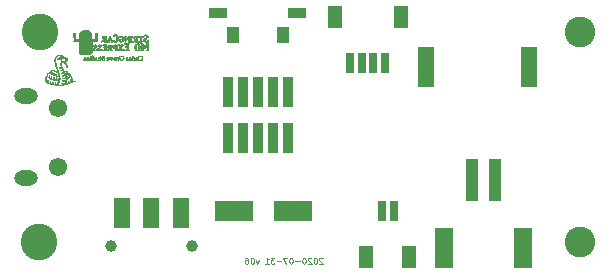
<source format=gbs>
G04 #@! TF.GenerationSoftware,KiCad,Pcbnew,(5.1.6-0-10_14)*
G04 #@! TF.CreationDate,2020-07-31T15:36:24-07:00*
G04 #@! TF.ProjectId,StringCar_M0_Express,53747269-6e67-4436-9172-5f4d305f4578,v06*
G04 #@! TF.SameCoordinates,Original*
G04 #@! TF.FileFunction,Soldermask,Bot*
G04 #@! TF.FilePolarity,Negative*
%FSLAX46Y46*%
G04 Gerber Fmt 4.6, Leading zero omitted, Abs format (unit mm)*
G04 Created by KiCad (PCBNEW (5.1.6-0-10_14)) date 2020-07-31 15:36:24*
%MOMM*%
%LPD*%
G01*
G04 APERTURE LIST*
%ADD10C,0.100000*%
%ADD11C,0.010000*%
%ADD12C,3.101600*%
%ADD13R,3.301600X1.701600*%
%ADD14C,1.551600*%
%ADD15O,2.001600X1.301600*%
%ADD16R,1.101600X3.601600*%
%ADD17R,1.601600X3.501600*%
%ADD18R,1.401600X3.501600*%
%ADD19R,0.841600X2.501600*%
%ADD20C,2.601600*%
%ADD21R,1.351600X2.601600*%
%ADD22C,1.001600*%
%ADD23R,0.701600X1.651600*%
%ADD24R,1.301600X1.901600*%
%ADD25R,1.001600X1.371600*%
%ADD26R,1.551600X0.901600*%
G04 APERTURE END LIST*
D10*
X120485714Y-115673809D02*
X120461904Y-115650000D01*
X120414285Y-115626190D01*
X120295238Y-115626190D01*
X120247619Y-115650000D01*
X120223809Y-115673809D01*
X120200000Y-115721428D01*
X120200000Y-115769047D01*
X120223809Y-115840476D01*
X120509523Y-116126190D01*
X120200000Y-116126190D01*
X119890476Y-115626190D02*
X119842857Y-115626190D01*
X119795238Y-115650000D01*
X119771428Y-115673809D01*
X119747619Y-115721428D01*
X119723809Y-115816666D01*
X119723809Y-115935714D01*
X119747619Y-116030952D01*
X119771428Y-116078571D01*
X119795238Y-116102380D01*
X119842857Y-116126190D01*
X119890476Y-116126190D01*
X119938095Y-116102380D01*
X119961904Y-116078571D01*
X119985714Y-116030952D01*
X120009523Y-115935714D01*
X120009523Y-115816666D01*
X119985714Y-115721428D01*
X119961904Y-115673809D01*
X119938095Y-115650000D01*
X119890476Y-115626190D01*
X119533333Y-115673809D02*
X119509523Y-115650000D01*
X119461904Y-115626190D01*
X119342857Y-115626190D01*
X119295238Y-115650000D01*
X119271428Y-115673809D01*
X119247619Y-115721428D01*
X119247619Y-115769047D01*
X119271428Y-115840476D01*
X119557142Y-116126190D01*
X119247619Y-116126190D01*
X118938095Y-115626190D02*
X118890476Y-115626190D01*
X118842857Y-115650000D01*
X118819047Y-115673809D01*
X118795238Y-115721428D01*
X118771428Y-115816666D01*
X118771428Y-115935714D01*
X118795238Y-116030952D01*
X118819047Y-116078571D01*
X118842857Y-116102380D01*
X118890476Y-116126190D01*
X118938095Y-116126190D01*
X118985714Y-116102380D01*
X119009523Y-116078571D01*
X119033333Y-116030952D01*
X119057142Y-115935714D01*
X119057142Y-115816666D01*
X119033333Y-115721428D01*
X119009523Y-115673809D01*
X118985714Y-115650000D01*
X118938095Y-115626190D01*
X118557142Y-115935714D02*
X118176190Y-115935714D01*
X117842857Y-115626190D02*
X117795238Y-115626190D01*
X117747619Y-115650000D01*
X117723809Y-115673809D01*
X117700000Y-115721428D01*
X117676190Y-115816666D01*
X117676190Y-115935714D01*
X117700000Y-116030952D01*
X117723809Y-116078571D01*
X117747619Y-116102380D01*
X117795238Y-116126190D01*
X117842857Y-116126190D01*
X117890476Y-116102380D01*
X117914285Y-116078571D01*
X117938095Y-116030952D01*
X117961904Y-115935714D01*
X117961904Y-115816666D01*
X117938095Y-115721428D01*
X117914285Y-115673809D01*
X117890476Y-115650000D01*
X117842857Y-115626190D01*
X117509523Y-115626190D02*
X117176190Y-115626190D01*
X117390476Y-116126190D01*
X116985714Y-115935714D02*
X116604761Y-115935714D01*
X116414285Y-115626190D02*
X116104761Y-115626190D01*
X116271428Y-115816666D01*
X116200000Y-115816666D01*
X116152380Y-115840476D01*
X116128571Y-115864285D01*
X116104761Y-115911904D01*
X116104761Y-116030952D01*
X116128571Y-116078571D01*
X116152380Y-116102380D01*
X116200000Y-116126190D01*
X116342857Y-116126190D01*
X116390476Y-116102380D01*
X116414285Y-116078571D01*
X115628571Y-116126190D02*
X115914285Y-116126190D01*
X115771428Y-116126190D02*
X115771428Y-115626190D01*
X115819047Y-115697619D01*
X115866666Y-115745238D01*
X115914285Y-115769047D01*
X115080952Y-115792857D02*
X114961904Y-116126190D01*
X114842857Y-115792857D01*
X114557142Y-115626190D02*
X114509523Y-115626190D01*
X114461904Y-115650000D01*
X114438095Y-115673809D01*
X114414285Y-115721428D01*
X114390476Y-115816666D01*
X114390476Y-115935714D01*
X114414285Y-116030952D01*
X114438095Y-116078571D01*
X114461904Y-116102380D01*
X114509523Y-116126190D01*
X114557142Y-116126190D01*
X114604761Y-116102380D01*
X114628571Y-116078571D01*
X114652380Y-116030952D01*
X114676190Y-115935714D01*
X114676190Y-115816666D01*
X114652380Y-115721428D01*
X114628571Y-115673809D01*
X114604761Y-115650000D01*
X114557142Y-115626190D01*
X113961904Y-115626190D02*
X114057142Y-115626190D01*
X114104761Y-115650000D01*
X114128571Y-115673809D01*
X114176190Y-115745238D01*
X114200000Y-115840476D01*
X114200000Y-116030952D01*
X114176190Y-116078571D01*
X114152380Y-116102380D01*
X114104761Y-116126190D01*
X114009523Y-116126190D01*
X113961904Y-116102380D01*
X113938095Y-116078571D01*
X113914285Y-116030952D01*
X113914285Y-115911904D01*
X113938095Y-115864285D01*
X113961904Y-115840476D01*
X114009523Y-115816666D01*
X114104761Y-115816666D01*
X114152380Y-115840476D01*
X114176190Y-115864285D01*
X114200000Y-115911904D01*
X100890000Y-98240000D02*
X100890000Y-97350000D01*
X99900000Y-98240000D02*
X99900000Y-97350000D01*
X100810000Y-98320000D02*
X99980000Y-98320000D01*
X100060000Y-98240000D02*
G75*
G03*
X100060000Y-98240000I-78102J0D01*
G01*
X100886204Y-98240000D02*
G75*
G03*
X100886204Y-98240000I-78102J0D01*
G01*
D11*
G36*
X105007768Y-98514357D02*
G01*
X104940882Y-98520936D01*
X104905758Y-98533640D01*
X104891861Y-98556853D01*
X104890711Y-98563083D01*
X104888221Y-98591952D01*
X104899034Y-98581625D01*
X104907439Y-98568375D01*
X104947496Y-98539414D01*
X105008186Y-98530290D01*
X105072997Y-98540531D01*
X105125417Y-98569669D01*
X105130370Y-98574719D01*
X105165965Y-98642661D01*
X105167494Y-98719861D01*
X105136186Y-98792208D01*
X105108836Y-98821948D01*
X105059516Y-98856252D01*
X105009429Y-98865874D01*
X104961728Y-98861238D01*
X104910529Y-98855825D01*
X104898000Y-98861309D01*
X104907167Y-98869375D01*
X104973238Y-98890899D01*
X105053406Y-98885868D01*
X105130717Y-98856500D01*
X105159543Y-98836368D01*
X105211871Y-98767868D01*
X105227865Y-98688286D01*
X105207029Y-98608970D01*
X105171611Y-98561020D01*
X105132563Y-98528967D01*
X105089227Y-98514740D01*
X105024573Y-98513488D01*
X105007768Y-98514357D01*
G37*
X105007768Y-98514357D02*
X104940882Y-98520936D01*
X104905758Y-98533640D01*
X104891861Y-98556853D01*
X104890711Y-98563083D01*
X104888221Y-98591952D01*
X104899034Y-98581625D01*
X104907439Y-98568375D01*
X104947496Y-98539414D01*
X105008186Y-98530290D01*
X105072997Y-98540531D01*
X105125417Y-98569669D01*
X105130370Y-98574719D01*
X105165965Y-98642661D01*
X105167494Y-98719861D01*
X105136186Y-98792208D01*
X105108836Y-98821948D01*
X105059516Y-98856252D01*
X105009429Y-98865874D01*
X104961728Y-98861238D01*
X104910529Y-98855825D01*
X104898000Y-98861309D01*
X104907167Y-98869375D01*
X104973238Y-98890899D01*
X105053406Y-98885868D01*
X105130717Y-98856500D01*
X105159543Y-98836368D01*
X105211871Y-98767868D01*
X105227865Y-98688286D01*
X105207029Y-98608970D01*
X105171611Y-98561020D01*
X105132563Y-98528967D01*
X105089227Y-98514740D01*
X105024573Y-98513488D01*
X105007768Y-98514357D01*
G36*
X104661624Y-98651996D02*
G01*
X104644127Y-98678643D01*
X104642584Y-98700667D01*
X104648431Y-98736270D01*
X104674006Y-98753335D01*
X104721959Y-98760153D01*
X104780184Y-98770303D01*
X104798737Y-98790327D01*
X104779858Y-98824152D01*
X104766541Y-98838269D01*
X104713654Y-98863295D01*
X104676583Y-98860304D01*
X104642262Y-98854639D01*
X104645220Y-98863316D01*
X104653167Y-98869033D01*
X104715306Y-98889577D01*
X104779517Y-98878764D01*
X104810405Y-98857905D01*
X104838036Y-98804150D01*
X104840367Y-98737497D01*
X104828076Y-98705958D01*
X104797304Y-98705958D01*
X104792951Y-98732368D01*
X104759731Y-98742338D01*
X104737834Y-98743000D01*
X104691358Y-98737750D01*
X104677195Y-98718207D01*
X104678363Y-98705958D01*
X104703551Y-98675397D01*
X104737834Y-98668917D01*
X104783645Y-98682578D01*
X104797304Y-98705958D01*
X104828076Y-98705958D01*
X104817527Y-98678892D01*
X104809262Y-98669285D01*
X104757810Y-98643944D01*
X104708721Y-98641315D01*
X104661624Y-98651996D01*
G37*
X104661624Y-98651996D02*
X104644127Y-98678643D01*
X104642584Y-98700667D01*
X104648431Y-98736270D01*
X104674006Y-98753335D01*
X104721959Y-98760153D01*
X104780184Y-98770303D01*
X104798737Y-98790327D01*
X104779858Y-98824152D01*
X104766541Y-98838269D01*
X104713654Y-98863295D01*
X104676583Y-98860304D01*
X104642262Y-98854639D01*
X104645220Y-98863316D01*
X104653167Y-98869033D01*
X104715306Y-98889577D01*
X104779517Y-98878764D01*
X104810405Y-98857905D01*
X104838036Y-98804150D01*
X104840367Y-98737497D01*
X104828076Y-98705958D01*
X104797304Y-98705958D01*
X104792951Y-98732368D01*
X104759731Y-98742338D01*
X104737834Y-98743000D01*
X104691358Y-98737750D01*
X104677195Y-98718207D01*
X104678363Y-98705958D01*
X104703551Y-98675397D01*
X104737834Y-98668917D01*
X104783645Y-98682578D01*
X104797304Y-98705958D01*
X104828076Y-98705958D01*
X104817527Y-98678892D01*
X104809262Y-98669285D01*
X104757810Y-98643944D01*
X104708721Y-98641315D01*
X104661624Y-98651996D01*
G36*
X104346423Y-98508677D02*
G01*
X104339076Y-98535185D01*
X104336179Y-98588448D01*
X104335667Y-98676127D01*
X104335667Y-98679718D01*
X104333136Y-98782962D01*
X104325265Y-98847287D01*
X104311633Y-98875819D01*
X104309209Y-98877148D01*
X104305567Y-98885721D01*
X104330375Y-98889495D01*
X104367489Y-98882578D01*
X104378000Y-98869255D01*
X104390958Y-98858155D01*
X104418942Y-98869255D01*
X104484076Y-98889891D01*
X104534330Y-98872383D01*
X104548270Y-98858289D01*
X104571771Y-98804273D01*
X104572963Y-98739676D01*
X104569102Y-98728860D01*
X104531938Y-98728860D01*
X104526915Y-98792870D01*
X104523570Y-98802629D01*
X104498568Y-98838917D01*
X104453402Y-98845618D01*
X104446949Y-98844963D01*
X104409263Y-98836138D01*
X104392596Y-98812684D01*
X104388607Y-98761543D01*
X104388584Y-98753583D01*
X104391165Y-98699258D01*
X104404728Y-98675106D01*
X104437999Y-98669030D01*
X104449659Y-98668917D01*
X104504845Y-98685116D01*
X104531938Y-98728860D01*
X104569102Y-98728860D01*
X104553060Y-98683930D01*
X104536233Y-98665920D01*
X104485171Y-98644000D01*
X104437455Y-98637167D01*
X104393846Y-98630393D01*
X104378827Y-98602867D01*
X104378000Y-98586014D01*
X104387452Y-98543433D01*
X104403913Y-98526223D01*
X104407379Y-98515600D01*
X104382746Y-98505275D01*
X104360291Y-98501260D01*
X104346423Y-98508677D01*
G37*
X104346423Y-98508677D02*
X104339076Y-98535185D01*
X104336179Y-98588448D01*
X104335667Y-98676127D01*
X104335667Y-98679718D01*
X104333136Y-98782962D01*
X104325265Y-98847287D01*
X104311633Y-98875819D01*
X104309209Y-98877148D01*
X104305567Y-98885721D01*
X104330375Y-98889495D01*
X104367489Y-98882578D01*
X104378000Y-98869255D01*
X104390958Y-98858155D01*
X104418942Y-98869255D01*
X104484076Y-98889891D01*
X104534330Y-98872383D01*
X104548270Y-98858289D01*
X104571771Y-98804273D01*
X104572963Y-98739676D01*
X104569102Y-98728860D01*
X104531938Y-98728860D01*
X104526915Y-98792870D01*
X104523570Y-98802629D01*
X104498568Y-98838917D01*
X104453402Y-98845618D01*
X104446949Y-98844963D01*
X104409263Y-98836138D01*
X104392596Y-98812684D01*
X104388607Y-98761543D01*
X104388584Y-98753583D01*
X104391165Y-98699258D01*
X104404728Y-98675106D01*
X104437999Y-98669030D01*
X104449659Y-98668917D01*
X104504845Y-98685116D01*
X104531938Y-98728860D01*
X104569102Y-98728860D01*
X104553060Y-98683930D01*
X104536233Y-98665920D01*
X104485171Y-98644000D01*
X104437455Y-98637167D01*
X104393846Y-98630393D01*
X104378827Y-98602867D01*
X104378000Y-98586014D01*
X104387452Y-98543433D01*
X104403913Y-98526223D01*
X104407379Y-98515600D01*
X104382746Y-98505275D01*
X104360291Y-98501260D01*
X104346423Y-98508677D01*
G36*
X104098728Y-98650212D02*
G01*
X104076616Y-98665275D01*
X104067470Y-98704451D01*
X104064337Y-98742585D01*
X104055460Y-98806531D01*
X104041195Y-98854303D01*
X104035287Y-98864293D01*
X104028827Y-98885764D01*
X104048084Y-98891766D01*
X104079030Y-98881407D01*
X104096211Y-98868156D01*
X104121761Y-98856592D01*
X104133444Y-98868156D01*
X104167105Y-98889166D01*
X104211054Y-98885755D01*
X104242788Y-98860279D01*
X104244450Y-98856539D01*
X104244097Y-98806376D01*
X104212938Y-98763692D01*
X104174648Y-98746390D01*
X104147119Y-98742885D01*
X104153409Y-98753018D01*
X104175065Y-98769787D01*
X104203318Y-98805825D01*
X104203678Y-98839122D01*
X104181012Y-98856801D01*
X104145188Y-98848844D01*
X104116061Y-98814147D01*
X104105221Y-98762057D01*
X104111937Y-98708736D01*
X104135481Y-98670351D01*
X104153635Y-98661751D01*
X104196338Y-98668712D01*
X104213034Y-98682709D01*
X104227441Y-98699258D01*
X104224390Y-98679500D01*
X104196724Y-98655080D01*
X104143403Y-98647750D01*
X104098728Y-98650212D01*
G37*
X104098728Y-98650212D02*
X104076616Y-98665275D01*
X104067470Y-98704451D01*
X104064337Y-98742585D01*
X104055460Y-98806531D01*
X104041195Y-98854303D01*
X104035287Y-98864293D01*
X104028827Y-98885764D01*
X104048084Y-98891766D01*
X104079030Y-98881407D01*
X104096211Y-98868156D01*
X104121761Y-98856592D01*
X104133444Y-98868156D01*
X104167105Y-98889166D01*
X104211054Y-98885755D01*
X104242788Y-98860279D01*
X104244450Y-98856539D01*
X104244097Y-98806376D01*
X104212938Y-98763692D01*
X104174648Y-98746390D01*
X104147119Y-98742885D01*
X104153409Y-98753018D01*
X104175065Y-98769787D01*
X104203318Y-98805825D01*
X104203678Y-98839122D01*
X104181012Y-98856801D01*
X104145188Y-98848844D01*
X104116061Y-98814147D01*
X104105221Y-98762057D01*
X104111937Y-98708736D01*
X104135481Y-98670351D01*
X104153635Y-98661751D01*
X104196338Y-98668712D01*
X104213034Y-98682709D01*
X104227441Y-98699258D01*
X104224390Y-98679500D01*
X104196724Y-98655080D01*
X104143403Y-98647750D01*
X104098728Y-98650212D01*
G36*
X103888816Y-98641021D02*
G01*
X103827793Y-98648858D01*
X103806520Y-98670025D01*
X103806500Y-98670888D01*
X103817569Y-98689140D01*
X103854125Y-98681507D01*
X103882775Y-98673290D01*
X103895497Y-98683670D01*
X103896813Y-98721704D01*
X103894022Y-98761406D01*
X103884589Y-98823172D01*
X103869673Y-98866054D01*
X103862272Y-98874967D01*
X103863453Y-98885435D01*
X103897834Y-98890708D01*
X103905204Y-98890842D01*
X103950284Y-98888559D01*
X103962152Y-98872714D01*
X103949350Y-98830749D01*
X103948188Y-98827667D01*
X103935036Y-98756740D01*
X103947675Y-98702026D01*
X103971131Y-98639885D01*
X103888816Y-98641021D01*
G37*
X103888816Y-98641021D02*
X103827793Y-98648858D01*
X103806520Y-98670025D01*
X103806500Y-98670888D01*
X103817569Y-98689140D01*
X103854125Y-98681507D01*
X103882775Y-98673290D01*
X103895497Y-98683670D01*
X103896813Y-98721704D01*
X103894022Y-98761406D01*
X103884589Y-98823172D01*
X103869673Y-98866054D01*
X103862272Y-98874967D01*
X103863453Y-98885435D01*
X103897834Y-98890708D01*
X103905204Y-98890842D01*
X103950284Y-98888559D01*
X103962152Y-98872714D01*
X103949350Y-98830749D01*
X103948188Y-98827667D01*
X103935036Y-98756740D01*
X103947675Y-98702026D01*
X103971131Y-98639885D01*
X103888816Y-98641021D01*
G36*
X103405733Y-98514524D02*
G01*
X103335924Y-98520841D01*
X103298177Y-98532891D01*
X103282261Y-98554520D01*
X103280548Y-98561586D01*
X103277341Y-98589315D01*
X103290101Y-98584443D01*
X103309403Y-98565788D01*
X103365528Y-98536570D01*
X103436673Y-98534104D01*
X103506919Y-98556252D01*
X103559251Y-98599377D01*
X103587842Y-98667756D01*
X103581988Y-98737770D01*
X103548181Y-98800284D01*
X103492916Y-98846160D01*
X103422687Y-98866263D01*
X103372995Y-98861411D01*
X103334125Y-98837396D01*
X103318682Y-98800618D01*
X103330743Y-98766917D01*
X103346125Y-98757018D01*
X103348497Y-98748862D01*
X103318041Y-98744671D01*
X103280144Y-98748593D01*
X103269442Y-98772217D01*
X103272538Y-98804586D01*
X103295764Y-98859738D01*
X103327080Y-98878380D01*
X103410834Y-98889730D01*
X103492661Y-98882887D01*
X103541917Y-98865601D01*
X103603291Y-98814685D01*
X103632172Y-98745800D01*
X103636494Y-98694364D01*
X103625945Y-98623173D01*
X103586538Y-98567217D01*
X103580152Y-98561138D01*
X103539548Y-98529850D01*
X103495527Y-98515420D01*
X103431392Y-98513385D01*
X103405733Y-98514524D01*
G37*
X103405733Y-98514524D02*
X103335924Y-98520841D01*
X103298177Y-98532891D01*
X103282261Y-98554520D01*
X103280548Y-98561586D01*
X103277341Y-98589315D01*
X103290101Y-98584443D01*
X103309403Y-98565788D01*
X103365528Y-98536570D01*
X103436673Y-98534104D01*
X103506919Y-98556252D01*
X103559251Y-98599377D01*
X103587842Y-98667756D01*
X103581988Y-98737770D01*
X103548181Y-98800284D01*
X103492916Y-98846160D01*
X103422687Y-98866263D01*
X103372995Y-98861411D01*
X103334125Y-98837396D01*
X103318682Y-98800618D01*
X103330743Y-98766917D01*
X103346125Y-98757018D01*
X103348497Y-98748862D01*
X103318041Y-98744671D01*
X103280144Y-98748593D01*
X103269442Y-98772217D01*
X103272538Y-98804586D01*
X103295764Y-98859738D01*
X103327080Y-98878380D01*
X103410834Y-98889730D01*
X103492661Y-98882887D01*
X103541917Y-98865601D01*
X103603291Y-98814685D01*
X103632172Y-98745800D01*
X103636494Y-98694364D01*
X103625945Y-98623173D01*
X103586538Y-98567217D01*
X103580152Y-98561138D01*
X103539548Y-98529850D01*
X103495527Y-98515420D01*
X103431392Y-98513385D01*
X103405733Y-98514524D01*
G36*
X103139119Y-98646288D02*
G01*
X103129167Y-98660925D01*
X103119415Y-98672520D01*
X103098129Y-98658924D01*
X103059097Y-98641839D01*
X103039921Y-98643226D01*
X103036215Y-98656481D01*
X103068237Y-98675351D01*
X103070959Y-98676453D01*
X103109695Y-98698505D01*
X103126168Y-98733283D01*
X103129167Y-98783045D01*
X103122968Y-98839902D01*
X103107320Y-98874089D01*
X103102709Y-98877148D01*
X103102971Y-98884430D01*
X103136903Y-98889038D01*
X103149275Y-98889495D01*
X103195498Y-98887566D01*
X103205406Y-98876887D01*
X103196900Y-98865767D01*
X103179790Y-98828650D01*
X103171617Y-98771578D01*
X103171500Y-98764167D01*
X103178169Y-98706167D01*
X103194469Y-98665347D01*
X103196900Y-98662567D01*
X103207822Y-98643198D01*
X103182023Y-98637232D01*
X103175734Y-98637167D01*
X103139119Y-98646288D01*
G37*
X103139119Y-98646288D02*
X103129167Y-98660925D01*
X103119415Y-98672520D01*
X103098129Y-98658924D01*
X103059097Y-98641839D01*
X103039921Y-98643226D01*
X103036215Y-98656481D01*
X103068237Y-98675351D01*
X103070959Y-98676453D01*
X103109695Y-98698505D01*
X103126168Y-98733283D01*
X103129167Y-98783045D01*
X103122968Y-98839902D01*
X103107320Y-98874089D01*
X103102709Y-98877148D01*
X103102971Y-98884430D01*
X103136903Y-98889038D01*
X103149275Y-98889495D01*
X103195498Y-98887566D01*
X103205406Y-98876887D01*
X103196900Y-98865767D01*
X103179790Y-98828650D01*
X103171617Y-98771578D01*
X103171500Y-98764167D01*
X103178169Y-98706167D01*
X103194469Y-98665347D01*
X103196900Y-98662567D01*
X103207822Y-98643198D01*
X103182023Y-98637232D01*
X103175734Y-98637167D01*
X103139119Y-98646288D01*
G36*
X102795115Y-98649765D02*
G01*
X102758523Y-98690265D01*
X102748167Y-98756616D01*
X102764525Y-98820930D01*
X102806019Y-98866564D01*
X102861278Y-98889016D01*
X102918931Y-98883785D01*
X102967606Y-98846370D01*
X102969217Y-98844123D01*
X102998499Y-98773575D01*
X102996531Y-98758156D01*
X102953208Y-98758156D01*
X102940673Y-98809941D01*
X102909929Y-98848950D01*
X102868811Y-98866194D01*
X102825156Y-98852682D01*
X102815900Y-98844600D01*
X102796342Y-98805020D01*
X102790500Y-98764167D01*
X102804365Y-98704701D01*
X102838603Y-98667903D01*
X102882182Y-98658327D01*
X102924071Y-98680526D01*
X102939695Y-98702587D01*
X102953208Y-98758156D01*
X102996531Y-98758156D01*
X102990333Y-98709618D01*
X102949463Y-98661396D01*
X102880633Y-98638055D01*
X102861859Y-98637167D01*
X102795115Y-98649765D01*
G37*
X102795115Y-98649765D02*
X102758523Y-98690265D01*
X102748167Y-98756616D01*
X102764525Y-98820930D01*
X102806019Y-98866564D01*
X102861278Y-98889016D01*
X102918931Y-98883785D01*
X102967606Y-98846370D01*
X102969217Y-98844123D01*
X102998499Y-98773575D01*
X102996531Y-98758156D01*
X102953208Y-98758156D01*
X102940673Y-98809941D01*
X102909929Y-98848950D01*
X102868811Y-98866194D01*
X102825156Y-98852682D01*
X102815900Y-98844600D01*
X102796342Y-98805020D01*
X102790500Y-98764167D01*
X102804365Y-98704701D01*
X102838603Y-98667903D01*
X102882182Y-98658327D01*
X102924071Y-98680526D01*
X102939695Y-98702587D01*
X102953208Y-98758156D01*
X102996531Y-98758156D01*
X102990333Y-98709618D01*
X102949463Y-98661396D01*
X102880633Y-98638055D01*
X102861859Y-98637167D01*
X102795115Y-98649765D01*
G36*
X102614660Y-98645927D02*
G01*
X102612445Y-98666133D01*
X102612059Y-98703664D01*
X102596605Y-98757953D01*
X102593054Y-98766675D01*
X102562548Y-98838250D01*
X102527684Y-98757943D01*
X102508614Y-98703121D01*
X102503418Y-98663938D01*
X102505326Y-98657401D01*
X102497710Y-98642171D01*
X102468958Y-98637491D01*
X102439615Y-98643003D01*
X102441473Y-98653366D01*
X102461498Y-98680028D01*
X102490796Y-98732567D01*
X102513883Y-98780042D01*
X102548615Y-98847071D01*
X102576835Y-98885336D01*
X102595028Y-98891170D01*
X102600000Y-98869896D01*
X102608621Y-98840230D01*
X102630800Y-98786533D01*
X102651006Y-98742896D01*
X102702012Y-98637167D01*
X102651670Y-98637167D01*
X102614660Y-98645927D01*
G37*
X102614660Y-98645927D02*
X102612445Y-98666133D01*
X102612059Y-98703664D01*
X102596605Y-98757953D01*
X102593054Y-98766675D01*
X102562548Y-98838250D01*
X102527684Y-98757943D01*
X102508614Y-98703121D01*
X102503418Y-98663938D01*
X102505326Y-98657401D01*
X102497710Y-98642171D01*
X102468958Y-98637491D01*
X102439615Y-98643003D01*
X102441473Y-98653366D01*
X102461498Y-98680028D01*
X102490796Y-98732567D01*
X102513883Y-98780042D01*
X102548615Y-98847071D01*
X102576835Y-98885336D01*
X102595028Y-98891170D01*
X102600000Y-98869896D01*
X102608621Y-98840230D01*
X102630800Y-98786533D01*
X102651006Y-98742896D01*
X102702012Y-98637167D01*
X102651670Y-98637167D01*
X102614660Y-98645927D01*
G36*
X102210744Y-98657159D02*
G01*
X102198058Y-98668647D01*
X102179283Y-98712501D01*
X102198058Y-98745964D01*
X102249831Y-98763098D01*
X102271253Y-98764167D01*
X102326883Y-98771223D01*
X102345943Y-98793364D01*
X102346000Y-98795172D01*
X102327593Y-98831249D01*
X102283144Y-98856203D01*
X102228811Y-98862258D01*
X102212909Y-98859203D01*
X102183253Y-98852979D01*
X102190513Y-98862996D01*
X102197834Y-98868289D01*
X102261774Y-98889564D01*
X102330989Y-98876938D01*
X102356066Y-98862413D01*
X102385731Y-98817918D01*
X102394891Y-98755173D01*
X102384848Y-98705958D01*
X102341971Y-98705958D01*
X102337618Y-98732368D01*
X102304398Y-98742338D01*
X102282500Y-98743000D01*
X102236025Y-98737750D01*
X102221862Y-98718207D01*
X102223030Y-98705958D01*
X102248217Y-98675397D01*
X102282500Y-98668917D01*
X102328311Y-98682578D01*
X102341971Y-98705958D01*
X102384848Y-98705958D01*
X102382329Y-98693615D01*
X102368103Y-98670044D01*
X102322797Y-98643605D01*
X102263229Y-98639251D01*
X102210744Y-98657159D01*
G37*
X102210744Y-98657159D02*
X102198058Y-98668647D01*
X102179283Y-98712501D01*
X102198058Y-98745964D01*
X102249831Y-98763098D01*
X102271253Y-98764167D01*
X102326883Y-98771223D01*
X102345943Y-98793364D01*
X102346000Y-98795172D01*
X102327593Y-98831249D01*
X102283144Y-98856203D01*
X102228811Y-98862258D01*
X102212909Y-98859203D01*
X102183253Y-98852979D01*
X102190513Y-98862996D01*
X102197834Y-98868289D01*
X102261774Y-98889564D01*
X102330989Y-98876938D01*
X102356066Y-98862413D01*
X102385731Y-98817918D01*
X102394891Y-98755173D01*
X102384848Y-98705958D01*
X102341971Y-98705958D01*
X102337618Y-98732368D01*
X102304398Y-98742338D01*
X102282500Y-98743000D01*
X102236025Y-98737750D01*
X102221862Y-98718207D01*
X102223030Y-98705958D01*
X102248217Y-98675397D01*
X102282500Y-98668917D01*
X102328311Y-98682578D01*
X102341971Y-98705958D01*
X102384848Y-98705958D01*
X102382329Y-98693615D01*
X102368103Y-98670044D01*
X102322797Y-98643605D01*
X102263229Y-98639251D01*
X102210744Y-98657159D01*
G36*
X101803323Y-98513540D02*
G01*
X101779479Y-98527974D01*
X101774500Y-98556545D01*
X101776886Y-98588577D01*
X101789897Y-98581285D01*
X101802003Y-98565313D01*
X101841814Y-98538364D01*
X101893136Y-98533891D01*
X101938933Y-98550024D01*
X101961830Y-98582851D01*
X101951697Y-98628694D01*
X101909449Y-98663369D01*
X101845159Y-98679219D01*
X101834700Y-98679500D01*
X101781050Y-98695155D01*
X101752134Y-98734266D01*
X101749226Y-98785050D01*
X101773601Y-98835725D01*
X101814248Y-98868616D01*
X101870637Y-98886948D01*
X101931196Y-98890014D01*
X101979935Y-98878549D01*
X101999411Y-98860115D01*
X102003816Y-98815634D01*
X102000418Y-98801906D01*
X101990933Y-98792692D01*
X101987838Y-98811388D01*
X101968166Y-98843118D01*
X101923877Y-98863012D01*
X101872141Y-98866014D01*
X101840016Y-98854935D01*
X101813032Y-98818354D01*
X101806250Y-98784816D01*
X101813575Y-98752294D01*
X101842472Y-98730831D01*
X101901500Y-98713039D01*
X101962052Y-98694539D01*
X101992074Y-98671486D01*
X102003144Y-98634942D01*
X102003191Y-98634536D01*
X101993188Y-98570854D01*
X101948611Y-98528490D01*
X101873112Y-98510560D01*
X101857655Y-98510167D01*
X101803323Y-98513540D01*
G37*
X101803323Y-98513540D02*
X101779479Y-98527974D01*
X101774500Y-98556545D01*
X101776886Y-98588577D01*
X101789897Y-98581285D01*
X101802003Y-98565313D01*
X101841814Y-98538364D01*
X101893136Y-98533891D01*
X101938933Y-98550024D01*
X101961830Y-98582851D01*
X101951697Y-98628694D01*
X101909449Y-98663369D01*
X101845159Y-98679219D01*
X101834700Y-98679500D01*
X101781050Y-98695155D01*
X101752134Y-98734266D01*
X101749226Y-98785050D01*
X101773601Y-98835725D01*
X101814248Y-98868616D01*
X101870637Y-98886948D01*
X101931196Y-98890014D01*
X101979935Y-98878549D01*
X101999411Y-98860115D01*
X102003816Y-98815634D01*
X102000418Y-98801906D01*
X101990933Y-98792692D01*
X101987838Y-98811388D01*
X101968166Y-98843118D01*
X101923877Y-98863012D01*
X101872141Y-98866014D01*
X101840016Y-98854935D01*
X101813032Y-98818354D01*
X101806250Y-98784816D01*
X101813575Y-98752294D01*
X101842472Y-98730831D01*
X101901500Y-98713039D01*
X101962052Y-98694539D01*
X101992074Y-98671486D01*
X102003144Y-98634942D01*
X102003191Y-98634536D01*
X101993188Y-98570854D01*
X101948611Y-98528490D01*
X101873112Y-98510560D01*
X101857655Y-98510167D01*
X101803323Y-98513540D01*
G36*
X101632018Y-98568020D02*
G01*
X101626334Y-98602101D01*
X101612509Y-98649285D01*
X101589292Y-98664909D01*
X101563205Y-98672954D01*
X101578236Y-98676270D01*
X101589292Y-98677044D01*
X101614000Y-98696138D01*
X101627161Y-98738782D01*
X101628401Y-98789058D01*
X101617344Y-98831047D01*
X101593617Y-98848831D01*
X101593335Y-98848833D01*
X101571426Y-98859095D01*
X101573417Y-98870000D01*
X101605188Y-98889106D01*
X101646899Y-98886481D01*
X101674681Y-98863687D01*
X101674806Y-98863367D01*
X101679090Y-98822664D01*
X101674580Y-98778578D01*
X101674419Y-98726092D01*
X101687159Y-98693306D01*
X101699785Y-98661776D01*
X101695212Y-98649600D01*
X101681178Y-98616644D01*
X101679520Y-98600453D01*
X101665053Y-98565797D01*
X101652792Y-98557850D01*
X101632018Y-98568020D01*
G37*
X101632018Y-98568020D02*
X101626334Y-98602101D01*
X101612509Y-98649285D01*
X101589292Y-98664909D01*
X101563205Y-98672954D01*
X101578236Y-98676270D01*
X101589292Y-98677044D01*
X101614000Y-98696138D01*
X101627161Y-98738782D01*
X101628401Y-98789058D01*
X101617344Y-98831047D01*
X101593617Y-98848831D01*
X101593335Y-98848833D01*
X101571426Y-98859095D01*
X101573417Y-98870000D01*
X101605188Y-98889106D01*
X101646899Y-98886481D01*
X101674681Y-98863687D01*
X101674806Y-98863367D01*
X101679090Y-98822664D01*
X101674580Y-98778578D01*
X101674419Y-98726092D01*
X101687159Y-98693306D01*
X101699785Y-98661776D01*
X101695212Y-98649600D01*
X101681178Y-98616644D01*
X101679520Y-98600453D01*
X101665053Y-98565797D01*
X101652792Y-98557850D01*
X101632018Y-98568020D01*
G36*
X101297119Y-98654881D02*
G01*
X101288676Y-98709910D01*
X101287667Y-98751819D01*
X101282750Y-98827562D01*
X101268905Y-98870569D01*
X101261209Y-98877148D01*
X101257567Y-98885721D01*
X101282375Y-98889495D01*
X101319458Y-98881289D01*
X101330000Y-98865767D01*
X101336248Y-98851040D01*
X101355400Y-98865767D01*
X101394868Y-98886164D01*
X101442686Y-98889683D01*
X101479644Y-98876476D01*
X101487746Y-98864708D01*
X101494598Y-98828857D01*
X101502415Y-98768703D01*
X101505648Y-98737708D01*
X101508554Y-98673678D01*
X101500258Y-98643006D01*
X101486150Y-98637167D01*
X101467036Y-98652074D01*
X101458114Y-98700382D01*
X101457000Y-98740735D01*
X101449072Y-98818025D01*
X101425390Y-98856267D01*
X101386106Y-98855302D01*
X101361232Y-98840488D01*
X101336993Y-98808126D01*
X101331357Y-98753153D01*
X101333276Y-98725526D01*
X101334325Y-98664140D01*
X101321432Y-98638541D01*
X101314685Y-98637167D01*
X101297119Y-98654881D01*
G37*
X101297119Y-98654881D02*
X101288676Y-98709910D01*
X101287667Y-98751819D01*
X101282750Y-98827562D01*
X101268905Y-98870569D01*
X101261209Y-98877148D01*
X101257567Y-98885721D01*
X101282375Y-98889495D01*
X101319458Y-98881289D01*
X101330000Y-98865767D01*
X101336248Y-98851040D01*
X101355400Y-98865767D01*
X101394868Y-98886164D01*
X101442686Y-98889683D01*
X101479644Y-98876476D01*
X101487746Y-98864708D01*
X101494598Y-98828857D01*
X101502415Y-98768703D01*
X101505648Y-98737708D01*
X101508554Y-98673678D01*
X101500258Y-98643006D01*
X101486150Y-98637167D01*
X101467036Y-98652074D01*
X101458114Y-98700382D01*
X101457000Y-98740735D01*
X101449072Y-98818025D01*
X101425390Y-98856267D01*
X101386106Y-98855302D01*
X101361232Y-98840488D01*
X101336993Y-98808126D01*
X101331357Y-98753153D01*
X101333276Y-98725526D01*
X101334325Y-98664140D01*
X101321432Y-98638541D01*
X101314685Y-98637167D01*
X101297119Y-98654881D01*
G36*
X100959474Y-98508810D02*
G01*
X100952843Y-98561451D01*
X100947400Y-98638076D01*
X100945161Y-98690131D01*
X100943557Y-98793000D01*
X100947236Y-98857632D01*
X100956539Y-98887831D01*
X100963112Y-98891214D01*
X100992226Y-98874407D01*
X100997507Y-98864708D01*
X101011641Y-98848864D01*
X101035255Y-98864708D01*
X101088390Y-98889516D01*
X101145591Y-98876577D01*
X101169739Y-98857905D01*
X101202428Y-98800989D01*
X101200712Y-98751942D01*
X101160667Y-98751942D01*
X101145864Y-98809066D01*
X101109685Y-98841443D01*
X101064478Y-98845652D01*
X101022589Y-98818271D01*
X101007900Y-98794273D01*
X100994163Y-98737570D01*
X101005331Y-98704314D01*
X101047494Y-98667743D01*
X101096352Y-98664201D01*
X101138363Y-98689535D01*
X101159982Y-98739593D01*
X101160667Y-98751942D01*
X101200712Y-98751942D01*
X101200315Y-98740595D01*
X101168763Y-98686619D01*
X101113135Y-98648959D01*
X101050124Y-98637167D01*
X101006952Y-98630331D01*
X100992169Y-98602152D01*
X100991334Y-98584250D01*
X101000384Y-98544373D01*
X101017792Y-98531009D01*
X101024627Y-98522801D01*
X101007536Y-98506113D01*
X100980157Y-98491989D01*
X100966328Y-98489324D01*
X100959474Y-98508810D01*
G37*
X100959474Y-98508810D02*
X100952843Y-98561451D01*
X100947400Y-98638076D01*
X100945161Y-98690131D01*
X100943557Y-98793000D01*
X100947236Y-98857632D01*
X100956539Y-98887831D01*
X100963112Y-98891214D01*
X100992226Y-98874407D01*
X100997507Y-98864708D01*
X101011641Y-98848864D01*
X101035255Y-98864708D01*
X101088390Y-98889516D01*
X101145591Y-98876577D01*
X101169739Y-98857905D01*
X101202428Y-98800989D01*
X101200712Y-98751942D01*
X101160667Y-98751942D01*
X101145864Y-98809066D01*
X101109685Y-98841443D01*
X101064478Y-98845652D01*
X101022589Y-98818271D01*
X101007900Y-98794273D01*
X100994163Y-98737570D01*
X101005331Y-98704314D01*
X101047494Y-98667743D01*
X101096352Y-98664201D01*
X101138363Y-98689535D01*
X101159982Y-98739593D01*
X101160667Y-98751942D01*
X101200712Y-98751942D01*
X101200315Y-98740595D01*
X101168763Y-98686619D01*
X101113135Y-98648959D01*
X101050124Y-98637167D01*
X101006952Y-98630331D01*
X100992169Y-98602152D01*
X100991334Y-98584250D01*
X101000384Y-98544373D01*
X101017792Y-98531009D01*
X101024627Y-98522801D01*
X101007536Y-98506113D01*
X100980157Y-98491989D01*
X100966328Y-98489324D01*
X100959474Y-98508810D01*
G36*
X100802220Y-98646875D02*
G01*
X100795420Y-98682009D01*
X100797561Y-98732923D01*
X100796720Y-98802501D01*
X100784128Y-98852338D01*
X100779247Y-98859923D01*
X100767891Y-98880924D01*
X100786273Y-98889578D01*
X100824700Y-98890842D01*
X100869019Y-98886934D01*
X100872021Y-98875681D01*
X100867403Y-98872344D01*
X100849015Y-98840399D01*
X100844776Y-98774142D01*
X100846236Y-98745655D01*
X100848183Y-98679626D01*
X100840867Y-98646420D01*
X100822291Y-98637156D01*
X100821848Y-98637153D01*
X100802220Y-98646875D01*
G37*
X100802220Y-98646875D02*
X100795420Y-98682009D01*
X100797561Y-98732923D01*
X100796720Y-98802501D01*
X100784128Y-98852338D01*
X100779247Y-98859923D01*
X100767891Y-98880924D01*
X100786273Y-98889578D01*
X100824700Y-98890842D01*
X100869019Y-98886934D01*
X100872021Y-98875681D01*
X100867403Y-98872344D01*
X100849015Y-98840399D01*
X100844776Y-98774142D01*
X100846236Y-98745655D01*
X100848183Y-98679626D01*
X100840867Y-98646420D01*
X100822291Y-98637156D01*
X100821848Y-98637153D01*
X100802220Y-98646875D01*
G36*
X100518776Y-98654171D02*
G01*
X100477154Y-98697612D01*
X100463104Y-98756131D01*
X100480877Y-98818373D01*
X100504500Y-98848833D01*
X100564670Y-98884862D01*
X100628785Y-98885252D01*
X100681137Y-98852458D01*
X100712931Y-98791268D01*
X100711860Y-98769036D01*
X100666994Y-98769036D01*
X100649185Y-98824845D01*
X100616318Y-98860340D01*
X100586003Y-98866176D01*
X100538572Y-98844822D01*
X100518058Y-98823492D01*
X100504983Y-98768298D01*
X100522700Y-98712454D01*
X100563586Y-98672120D01*
X100594110Y-98662290D01*
X100639360Y-98665648D01*
X100661096Y-98696214D01*
X100663686Y-98705450D01*
X100666994Y-98769036D01*
X100711860Y-98769036D01*
X100709885Y-98728050D01*
X100677240Y-98674389D01*
X100620241Y-98641874D01*
X100583721Y-98637167D01*
X100518776Y-98654171D01*
G37*
X100518776Y-98654171D02*
X100477154Y-98697612D01*
X100463104Y-98756131D01*
X100480877Y-98818373D01*
X100504500Y-98848833D01*
X100564670Y-98884862D01*
X100628785Y-98885252D01*
X100681137Y-98852458D01*
X100712931Y-98791268D01*
X100711860Y-98769036D01*
X100666994Y-98769036D01*
X100649185Y-98824845D01*
X100616318Y-98860340D01*
X100586003Y-98866176D01*
X100538572Y-98844822D01*
X100518058Y-98823492D01*
X100504983Y-98768298D01*
X100522700Y-98712454D01*
X100563586Y-98672120D01*
X100594110Y-98662290D01*
X100639360Y-98665648D01*
X100661096Y-98696214D01*
X100663686Y-98705450D01*
X100666994Y-98769036D01*
X100711860Y-98769036D01*
X100709885Y-98728050D01*
X100677240Y-98674389D01*
X100620241Y-98641874D01*
X100583721Y-98637167D01*
X100518776Y-98654171D01*
G36*
X100271922Y-98645221D02*
G01*
X100252303Y-98669837D01*
X100252172Y-98674208D01*
X100257592Y-98694266D01*
X100264519Y-98684792D01*
X100291583Y-98664332D01*
X100326348Y-98658333D01*
X100367844Y-98668369D01*
X100376203Y-98691904D01*
X100353591Y-98719075D01*
X100308741Y-98738440D01*
X100253533Y-98765764D01*
X100232821Y-98803659D01*
X100243562Y-98843128D01*
X100282714Y-98875171D01*
X100347234Y-98890792D01*
X100360379Y-98891167D01*
X100404432Y-98883979D01*
X100419311Y-98856381D01*
X100419834Y-98844788D01*
X100417533Y-98812717D01*
X100404741Y-98819667D01*
X100391976Y-98836506D01*
X100353613Y-98863261D01*
X100310405Y-98862522D01*
X100279948Y-98836175D01*
X100276024Y-98824072D01*
X100286778Y-98794074D01*
X100335419Y-98774695D01*
X100393581Y-98750214D01*
X100415816Y-98713299D01*
X100398960Y-98669274D01*
X100398443Y-98668647D01*
X100360710Y-98644029D01*
X100313297Y-98636419D01*
X100271922Y-98645221D01*
G37*
X100271922Y-98645221D02*
X100252303Y-98669837D01*
X100252172Y-98674208D01*
X100257592Y-98694266D01*
X100264519Y-98684792D01*
X100291583Y-98664332D01*
X100326348Y-98658333D01*
X100367844Y-98668369D01*
X100376203Y-98691904D01*
X100353591Y-98719075D01*
X100308741Y-98738440D01*
X100253533Y-98765764D01*
X100232821Y-98803659D01*
X100243562Y-98843128D01*
X100282714Y-98875171D01*
X100347234Y-98890792D01*
X100360379Y-98891167D01*
X100404432Y-98883979D01*
X100419311Y-98856381D01*
X100419834Y-98844788D01*
X100417533Y-98812717D01*
X100404741Y-98819667D01*
X100391976Y-98836506D01*
X100353613Y-98863261D01*
X100310405Y-98862522D01*
X100279948Y-98836175D01*
X100276024Y-98824072D01*
X100286778Y-98794074D01*
X100335419Y-98774695D01*
X100393581Y-98750214D01*
X100415816Y-98713299D01*
X100398960Y-98669274D01*
X100398443Y-98668647D01*
X100360710Y-98644029D01*
X100313297Y-98636419D01*
X100271922Y-98645221D01*
G36*
X100798544Y-98536076D02*
G01*
X100797659Y-98541917D01*
X100814138Y-98566735D01*
X100820413Y-98569610D01*
X100839714Y-98559392D01*
X100843167Y-98541917D01*
X100832427Y-98515573D01*
X100820413Y-98514223D01*
X100798544Y-98536076D01*
G37*
X100798544Y-98536076D02*
X100797659Y-98541917D01*
X100814138Y-98566735D01*
X100820413Y-98569610D01*
X100839714Y-98559392D01*
X100843167Y-98541917D01*
X100832427Y-98515573D01*
X100820413Y-98514223D01*
X100798544Y-98536076D01*
G36*
X100734799Y-97313613D02*
G01*
X100645236Y-97338573D01*
X100628520Y-97345535D01*
X100516245Y-97378257D01*
X100387074Y-97387802D01*
X100259537Y-97374170D01*
X100168814Y-97345535D01*
X100083975Y-97318198D01*
X99991460Y-97304222D01*
X99973022Y-97303667D01*
X99869500Y-97303667D01*
X99869500Y-97777572D01*
X99869754Y-97932444D01*
X99870808Y-98050705D01*
X99873105Y-98138075D01*
X99877086Y-98200274D01*
X99883192Y-98243023D01*
X99891864Y-98272042D01*
X99903545Y-98293052D01*
X99909924Y-98301447D01*
X99924925Y-98318404D01*
X99942659Y-98331121D01*
X99969104Y-98340321D01*
X100010240Y-98346729D01*
X100072049Y-98351071D01*
X100160508Y-98354071D01*
X100281599Y-98356455D01*
X100375981Y-98357945D01*
X100801616Y-98364474D01*
X100927834Y-98238256D01*
X100927834Y-97303667D01*
X100824312Y-97303667D01*
X100734799Y-97313613D01*
G37*
X100734799Y-97313613D02*
X100645236Y-97338573D01*
X100628520Y-97345535D01*
X100516245Y-97378257D01*
X100387074Y-97387802D01*
X100259537Y-97374170D01*
X100168814Y-97345535D01*
X100083975Y-97318198D01*
X99991460Y-97304222D01*
X99973022Y-97303667D01*
X99869500Y-97303667D01*
X99869500Y-97777572D01*
X99869754Y-97932444D01*
X99870808Y-98050705D01*
X99873105Y-98138075D01*
X99877086Y-98200274D01*
X99883192Y-98243023D01*
X99891864Y-98272042D01*
X99903545Y-98293052D01*
X99909924Y-98301447D01*
X99924925Y-98318404D01*
X99942659Y-98331121D01*
X99969104Y-98340321D01*
X100010240Y-98346729D01*
X100072049Y-98351071D01*
X100160508Y-98354071D01*
X100281599Y-98356455D01*
X100375981Y-98357945D01*
X100801616Y-98364474D01*
X100927834Y-98238256D01*
X100927834Y-97303667D01*
X100824312Y-97303667D01*
X100734799Y-97313613D01*
G36*
X104682265Y-97488669D02*
G01*
X104611494Y-97536025D01*
X104567491Y-97615586D01*
X104549893Y-97727876D01*
X104551185Y-97801427D01*
X104559576Y-97884553D01*
X104574858Y-97939578D01*
X104601654Y-97980677D01*
X104613935Y-97993722D01*
X104680730Y-98036213D01*
X104765120Y-98058166D01*
X104847400Y-98055585D01*
X104875417Y-98046740D01*
X104941296Y-98003551D01*
X104983302Y-97937917D01*
X105005418Y-97842488D01*
X105009261Y-97799671D01*
X105008245Y-97765433D01*
X104885688Y-97765433D01*
X104877761Y-97872367D01*
X104855048Y-97954788D01*
X104819974Y-98006785D01*
X104780167Y-98022685D01*
X104755161Y-98012601D01*
X104746294Y-98007134D01*
X104703865Y-97954004D01*
X104680183Y-97863568D01*
X104674646Y-97765433D01*
X104682687Y-97650009D01*
X104706539Y-97572846D01*
X104746740Y-97532725D01*
X104780167Y-97525917D01*
X104830790Y-97543651D01*
X104864731Y-97597669D01*
X104882527Y-97689191D01*
X104885688Y-97765433D01*
X105008245Y-97765433D01*
X105005416Y-97670146D01*
X104975095Y-97573479D01*
X104918023Y-97509280D01*
X104833925Y-97477157D01*
X104780167Y-97473000D01*
X104682265Y-97488669D01*
G37*
X104682265Y-97488669D02*
X104611494Y-97536025D01*
X104567491Y-97615586D01*
X104549893Y-97727876D01*
X104551185Y-97801427D01*
X104559576Y-97884553D01*
X104574858Y-97939578D01*
X104601654Y-97980677D01*
X104613935Y-97993722D01*
X104680730Y-98036213D01*
X104765120Y-98058166D01*
X104847400Y-98055585D01*
X104875417Y-98046740D01*
X104941296Y-98003551D01*
X104983302Y-97937917D01*
X105005418Y-97842488D01*
X105009261Y-97799671D01*
X105008245Y-97765433D01*
X104885688Y-97765433D01*
X104877761Y-97872367D01*
X104855048Y-97954788D01*
X104819974Y-98006785D01*
X104780167Y-98022685D01*
X104755161Y-98012601D01*
X104746294Y-98007134D01*
X104703865Y-97954004D01*
X104680183Y-97863568D01*
X104674646Y-97765433D01*
X104682687Y-97650009D01*
X104706539Y-97572846D01*
X104746740Y-97532725D01*
X104780167Y-97525917D01*
X104830790Y-97543651D01*
X104864731Y-97597669D01*
X104882527Y-97689191D01*
X104885688Y-97765433D01*
X105008245Y-97765433D01*
X105005416Y-97670146D01*
X104975095Y-97573479D01*
X104918023Y-97509280D01*
X104833925Y-97477157D01*
X104780167Y-97473000D01*
X104682265Y-97488669D01*
G36*
X101557066Y-97562409D02*
G01*
X101486136Y-97572978D01*
X101448624Y-97596993D01*
X101436327Y-97640168D01*
X101436158Y-97646640D01*
X101439247Y-97669349D01*
X101456594Y-97669103D01*
X101495769Y-97648299D01*
X101549710Y-97628744D01*
X101597059Y-97629676D01*
X101624159Y-97649782D01*
X101626334Y-97660850D01*
X101610398Y-97682761D01*
X101568976Y-97719711D01*
X101521003Y-97756368D01*
X101441200Y-97826328D01*
X101401345Y-97894403D01*
X101399433Y-97964373D01*
X101403255Y-97978389D01*
X101432719Y-98019094D01*
X101492817Y-98043541D01*
X101588159Y-98053474D01*
X101602741Y-98053781D01*
X101664892Y-98050526D01*
X101699367Y-98034690D01*
X101717304Y-98007369D01*
X101730823Y-97962451D01*
X101715863Y-97948048D01*
X101671603Y-97963720D01*
X101653932Y-97973388D01*
X101588617Y-97998341D01*
X101544196Y-97992565D01*
X101523798Y-97963756D01*
X101530550Y-97919611D01*
X101567583Y-97867825D01*
X101599875Y-97840410D01*
X101680805Y-97773780D01*
X101724065Y-97717501D01*
X101731477Y-97666674D01*
X101704861Y-97616395D01*
X101689358Y-97599524D01*
X101643227Y-97569560D01*
X101578733Y-97561499D01*
X101557066Y-97562409D01*
G37*
X101557066Y-97562409D02*
X101486136Y-97572978D01*
X101448624Y-97596993D01*
X101436327Y-97640168D01*
X101436158Y-97646640D01*
X101439247Y-97669349D01*
X101456594Y-97669103D01*
X101495769Y-97648299D01*
X101549710Y-97628744D01*
X101597059Y-97629676D01*
X101624159Y-97649782D01*
X101626334Y-97660850D01*
X101610398Y-97682761D01*
X101568976Y-97719711D01*
X101521003Y-97756368D01*
X101441200Y-97826328D01*
X101401345Y-97894403D01*
X101399433Y-97964373D01*
X101403255Y-97978389D01*
X101432719Y-98019094D01*
X101492817Y-98043541D01*
X101588159Y-98053474D01*
X101602741Y-98053781D01*
X101664892Y-98050526D01*
X101699367Y-98034690D01*
X101717304Y-98007369D01*
X101730823Y-97962451D01*
X101715863Y-97948048D01*
X101671603Y-97963720D01*
X101653932Y-97973388D01*
X101588617Y-97998341D01*
X101544196Y-97992565D01*
X101523798Y-97963756D01*
X101530550Y-97919611D01*
X101567583Y-97867825D01*
X101599875Y-97840410D01*
X101680805Y-97773780D01*
X101724065Y-97717501D01*
X101731477Y-97666674D01*
X101704861Y-97616395D01*
X101689358Y-97599524D01*
X101643227Y-97569560D01*
X101578733Y-97561499D01*
X101557066Y-97562409D01*
G36*
X101171494Y-97566316D02*
G01*
X101106392Y-97580679D01*
X101071562Y-97612257D01*
X101068293Y-97618839D01*
X101057502Y-97664056D01*
X101073381Y-97679491D01*
X101109988Y-97660334D01*
X101114579Y-97656315D01*
X101163748Y-97626835D01*
X101209732Y-97622228D01*
X101239966Y-97641803D01*
X101245334Y-97663500D01*
X101238052Y-97697918D01*
X101227977Y-97705833D01*
X101203464Y-97718589D01*
X101158808Y-97751418D01*
X101122144Y-97781566D01*
X101067133Y-97834574D01*
X101040378Y-97879551D01*
X101033667Y-97927141D01*
X101043158Y-97983908D01*
X101066052Y-98023847D01*
X101066673Y-98024376D01*
X101100650Y-98037245D01*
X101159354Y-98047478D01*
X101227795Y-98053887D01*
X101290981Y-98055279D01*
X101333921Y-98050466D01*
X101342357Y-98046264D01*
X101349132Y-98020695D01*
X101351167Y-97985621D01*
X101348863Y-97950990D01*
X101334278Y-97946943D01*
X101296999Y-97969290D01*
X101235211Y-97995651D01*
X101182328Y-97993647D01*
X101149041Y-97964851D01*
X101143684Y-97946740D01*
X101150796Y-97911688D01*
X101185675Y-97871078D01*
X101244226Y-97825066D01*
X101306182Y-97776607D01*
X101338987Y-97738058D01*
X101350615Y-97698990D01*
X101351167Y-97685190D01*
X101333269Y-97621120D01*
X101282598Y-97580057D01*
X101203692Y-97565001D01*
X101171494Y-97566316D01*
G37*
X101171494Y-97566316D02*
X101106392Y-97580679D01*
X101071562Y-97612257D01*
X101068293Y-97618839D01*
X101057502Y-97664056D01*
X101073381Y-97679491D01*
X101109988Y-97660334D01*
X101114579Y-97656315D01*
X101163748Y-97626835D01*
X101209732Y-97622228D01*
X101239966Y-97641803D01*
X101245334Y-97663500D01*
X101238052Y-97697918D01*
X101227977Y-97705833D01*
X101203464Y-97718589D01*
X101158808Y-97751418D01*
X101122144Y-97781566D01*
X101067133Y-97834574D01*
X101040378Y-97879551D01*
X101033667Y-97927141D01*
X101043158Y-97983908D01*
X101066052Y-98023847D01*
X101066673Y-98024376D01*
X101100650Y-98037245D01*
X101159354Y-98047478D01*
X101227795Y-98053887D01*
X101290981Y-98055279D01*
X101333921Y-98050466D01*
X101342357Y-98046264D01*
X101349132Y-98020695D01*
X101351167Y-97985621D01*
X101348863Y-97950990D01*
X101334278Y-97946943D01*
X101296999Y-97969290D01*
X101235211Y-97995651D01*
X101182328Y-97993647D01*
X101149041Y-97964851D01*
X101143684Y-97946740D01*
X101150796Y-97911688D01*
X101185675Y-97871078D01*
X101244226Y-97825066D01*
X101306182Y-97776607D01*
X101338987Y-97738058D01*
X101350615Y-97698990D01*
X101351167Y-97685190D01*
X101333269Y-97621120D01*
X101282598Y-97580057D01*
X101203692Y-97565001D01*
X101171494Y-97566316D01*
G36*
X105080219Y-97440052D02*
G01*
X105066059Y-97464148D01*
X105087317Y-97494360D01*
X105104069Y-97529703D01*
X105115260Y-97595801D01*
X105120967Y-97681453D01*
X105121268Y-97775460D01*
X105116239Y-97866618D01*
X105105958Y-97943729D01*
X105090500Y-97995591D01*
X105083803Y-98005791D01*
X105067368Y-98026747D01*
X105070818Y-98038340D01*
X105101184Y-98043332D01*
X105165497Y-98044486D01*
X105182334Y-98044500D01*
X105254058Y-98043813D01*
X105290451Y-98039852D01*
X105298515Y-98029765D01*
X105285251Y-98010702D01*
X105279927Y-98004756D01*
X105261051Y-97974458D01*
X105251128Y-97929342D01*
X105248656Y-97859001D01*
X105250189Y-97798666D01*
X105256417Y-97632319D01*
X105327959Y-97744006D01*
X105368632Y-97800963D01*
X105403569Y-97838463D01*
X105423209Y-97848146D01*
X105447945Y-97828109D01*
X105487301Y-97784139D01*
X105521000Y-97741256D01*
X105595084Y-97641916D01*
X105601269Y-97813763D01*
X105603014Y-97902487D01*
X105599425Y-97958880D01*
X105588947Y-97992772D01*
X105570023Y-98013997D01*
X105569519Y-98014382D01*
X105551783Y-98031348D01*
X105560784Y-98040089D01*
X105602808Y-98043375D01*
X105636359Y-98043827D01*
X105697338Y-98042061D01*
X105721962Y-98034518D01*
X105716026Y-98019393D01*
X105715734Y-98019100D01*
X105705220Y-97988446D01*
X105697370Y-97926963D01*
X105692260Y-97844898D01*
X105689963Y-97752503D01*
X105690553Y-97660027D01*
X105694106Y-97577721D01*
X105700696Y-97515833D01*
X105710396Y-97484614D01*
X105711846Y-97483370D01*
X105725660Y-97461004D01*
X105706332Y-97440663D01*
X105662568Y-97430759D01*
X105657313Y-97430667D01*
X105619230Y-97441817D01*
X105574021Y-97478798D01*
X105515417Y-97546908D01*
X105506999Y-97557667D01*
X105457845Y-97618403D01*
X105417708Y-97663317D01*
X105394083Y-97684122D01*
X105392157Y-97684667D01*
X105373993Y-97667724D01*
X105342882Y-97623603D01*
X105310557Y-97570388D01*
X105264000Y-97496398D01*
X105223086Y-97453736D01*
X105177543Y-97434501D01*
X105128935Y-97430667D01*
X105080219Y-97440052D01*
G37*
X105080219Y-97440052D02*
X105066059Y-97464148D01*
X105087317Y-97494360D01*
X105104069Y-97529703D01*
X105115260Y-97595801D01*
X105120967Y-97681453D01*
X105121268Y-97775460D01*
X105116239Y-97866618D01*
X105105958Y-97943729D01*
X105090500Y-97995591D01*
X105083803Y-98005791D01*
X105067368Y-98026747D01*
X105070818Y-98038340D01*
X105101184Y-98043332D01*
X105165497Y-98044486D01*
X105182334Y-98044500D01*
X105254058Y-98043813D01*
X105290451Y-98039852D01*
X105298515Y-98029765D01*
X105285251Y-98010702D01*
X105279927Y-98004756D01*
X105261051Y-97974458D01*
X105251128Y-97929342D01*
X105248656Y-97859001D01*
X105250189Y-97798666D01*
X105256417Y-97632319D01*
X105327959Y-97744006D01*
X105368632Y-97800963D01*
X105403569Y-97838463D01*
X105423209Y-97848146D01*
X105447945Y-97828109D01*
X105487301Y-97784139D01*
X105521000Y-97741256D01*
X105595084Y-97641916D01*
X105601269Y-97813763D01*
X105603014Y-97902487D01*
X105599425Y-97958880D01*
X105588947Y-97992772D01*
X105570023Y-98013997D01*
X105569519Y-98014382D01*
X105551783Y-98031348D01*
X105560784Y-98040089D01*
X105602808Y-98043375D01*
X105636359Y-98043827D01*
X105697338Y-98042061D01*
X105721962Y-98034518D01*
X105716026Y-98019393D01*
X105715734Y-98019100D01*
X105705220Y-97988446D01*
X105697370Y-97926963D01*
X105692260Y-97844898D01*
X105689963Y-97752503D01*
X105690553Y-97660027D01*
X105694106Y-97577721D01*
X105700696Y-97515833D01*
X105710396Y-97484614D01*
X105711846Y-97483370D01*
X105725660Y-97461004D01*
X105706332Y-97440663D01*
X105662568Y-97430759D01*
X105657313Y-97430667D01*
X105619230Y-97441817D01*
X105574021Y-97478798D01*
X105515417Y-97546908D01*
X105506999Y-97557667D01*
X105457845Y-97618403D01*
X105417708Y-97663317D01*
X105394083Y-97684122D01*
X105392157Y-97684667D01*
X105373993Y-97667724D01*
X105342882Y-97623603D01*
X105310557Y-97570388D01*
X105264000Y-97496398D01*
X105223086Y-97453736D01*
X105177543Y-97434501D01*
X105128935Y-97430667D01*
X105080219Y-97440052D01*
G36*
X103775429Y-97434644D02*
G01*
X103699169Y-97447705D01*
X103654900Y-97471544D01*
X103637776Y-97507854D01*
X103637167Y-97518512D01*
X103639786Y-97547477D01*
X103655240Y-97548931D01*
X103691253Y-97527097D01*
X103754480Y-97502644D01*
X103812961Y-97498204D01*
X103858542Y-97506932D01*
X103877137Y-97530323D01*
X103880584Y-97578833D01*
X103876469Y-97629418D01*
X103855602Y-97652802D01*
X103808183Y-97663500D01*
X103760457Y-97677575D01*
X103729551Y-97698754D01*
X103722900Y-97719001D01*
X103746528Y-97730134D01*
X103793850Y-97735907D01*
X103806500Y-97737583D01*
X103853335Y-97743650D01*
X103864709Y-97745033D01*
X103882542Y-97765960D01*
X103891629Y-97813907D01*
X103892380Y-97874566D01*
X103885207Y-97933626D01*
X103870522Y-97976777D01*
X103857686Y-97989319D01*
X103793044Y-98001807D01*
X103728299Y-97995907D01*
X103682452Y-97973632D01*
X103679500Y-97970417D01*
X103648237Y-97947137D01*
X103614294Y-97937989D01*
X103595306Y-97947090D01*
X103594834Y-97950641D01*
X103603723Y-97976867D01*
X103616745Y-98003558D01*
X103630633Y-98021852D01*
X103654225Y-98033709D01*
X103695660Y-98040445D01*
X103763078Y-98043379D01*
X103864618Y-98043829D01*
X103865454Y-98043827D01*
X103965031Y-98042855D01*
X104027871Y-98040088D01*
X104059557Y-98034677D01*
X104065674Y-98025776D01*
X104055209Y-98015035D01*
X104038898Y-97996867D01*
X104028104Y-97966639D01*
X104021762Y-97916528D01*
X104018809Y-97838710D01*
X104018167Y-97742806D01*
X104019088Y-97634622D01*
X104022452Y-97561720D01*
X104029166Y-97517078D01*
X104040134Y-97493674D01*
X104051259Y-97485997D01*
X104078916Y-97468058D01*
X104068547Y-97452136D01*
X104024456Y-97439695D01*
X103950947Y-97432196D01*
X103888526Y-97430667D01*
X103775429Y-97434644D01*
G37*
X103775429Y-97434644D02*
X103699169Y-97447705D01*
X103654900Y-97471544D01*
X103637776Y-97507854D01*
X103637167Y-97518512D01*
X103639786Y-97547477D01*
X103655240Y-97548931D01*
X103691253Y-97527097D01*
X103754480Y-97502644D01*
X103812961Y-97498204D01*
X103858542Y-97506932D01*
X103877137Y-97530323D01*
X103880584Y-97578833D01*
X103876469Y-97629418D01*
X103855602Y-97652802D01*
X103808183Y-97663500D01*
X103760457Y-97677575D01*
X103729551Y-97698754D01*
X103722900Y-97719001D01*
X103746528Y-97730134D01*
X103793850Y-97735907D01*
X103806500Y-97737583D01*
X103853335Y-97743650D01*
X103864709Y-97745033D01*
X103882542Y-97765960D01*
X103891629Y-97813907D01*
X103892380Y-97874566D01*
X103885207Y-97933626D01*
X103870522Y-97976777D01*
X103857686Y-97989319D01*
X103793044Y-98001807D01*
X103728299Y-97995907D01*
X103682452Y-97973632D01*
X103679500Y-97970417D01*
X103648237Y-97947137D01*
X103614294Y-97937989D01*
X103595306Y-97947090D01*
X103594834Y-97950641D01*
X103603723Y-97976867D01*
X103616745Y-98003558D01*
X103630633Y-98021852D01*
X103654225Y-98033709D01*
X103695660Y-98040445D01*
X103763078Y-98043379D01*
X103864618Y-98043829D01*
X103865454Y-98043827D01*
X103965031Y-98042855D01*
X104027871Y-98040088D01*
X104059557Y-98034677D01*
X104065674Y-98025776D01*
X104055209Y-98015035D01*
X104038898Y-97996867D01*
X104028104Y-97966639D01*
X104021762Y-97916528D01*
X104018809Y-97838710D01*
X104018167Y-97742806D01*
X104019088Y-97634622D01*
X104022452Y-97561720D01*
X104029166Y-97517078D01*
X104040134Y-97493674D01*
X104051259Y-97485997D01*
X104078916Y-97468058D01*
X104068547Y-97452136D01*
X104024456Y-97439695D01*
X103950947Y-97432196D01*
X103888526Y-97430667D01*
X103775429Y-97434644D01*
G36*
X103170492Y-97562588D02*
G01*
X103153437Y-97581345D01*
X103171229Y-97619924D01*
X103189511Y-97644770D01*
X103239915Y-97715803D01*
X103263014Y-97768626D01*
X103261932Y-97814464D01*
X103246995Y-97851271D01*
X103211313Y-97909495D01*
X103165694Y-97971338D01*
X103159804Y-97978462D01*
X103104237Y-98044500D01*
X103213201Y-98044500D01*
X103281043Y-98040694D01*
X103309065Y-98029485D01*
X103308294Y-98022056D01*
X103306190Y-97988693D01*
X103319911Y-97938166D01*
X103321410Y-97934458D01*
X103348398Y-97869305D01*
X103386949Y-97916914D01*
X103420342Y-97973130D01*
X103419339Y-98014020D01*
X103399042Y-98030482D01*
X103402392Y-98036611D01*
X103439309Y-98040938D01*
X103478417Y-98042185D01*
X103538450Y-98040688D01*
X103559897Y-98033988D01*
X103549284Y-98022799D01*
X103518830Y-97993410D01*
X103479796Y-97940994D01*
X103457874Y-97906072D01*
X103401430Y-97809757D01*
X103456050Y-97716556D01*
X103491408Y-97660418D01*
X103520976Y-97620665D01*
X103531585Y-97610428D01*
X103553543Y-97586531D01*
X103536578Y-97568693D01*
X103483908Y-97558912D01*
X103446667Y-97557667D01*
X103386295Y-97561474D01*
X103347976Y-97571209D01*
X103340834Y-97578833D01*
X103356941Y-97599385D01*
X103362000Y-97600000D01*
X103381311Y-97612343D01*
X103366907Y-97649625D01*
X103349908Y-97673980D01*
X103323760Y-97701724D01*
X103305349Y-97695493D01*
X103297454Y-97684563D01*
X103285484Y-97639493D01*
X103288110Y-97605292D01*
X103290719Y-97573432D01*
X103271036Y-97560170D01*
X103224820Y-97557667D01*
X103170492Y-97562588D01*
G37*
X103170492Y-97562588D02*
X103153437Y-97581345D01*
X103171229Y-97619924D01*
X103189511Y-97644770D01*
X103239915Y-97715803D01*
X103263014Y-97768626D01*
X103261932Y-97814464D01*
X103246995Y-97851271D01*
X103211313Y-97909495D01*
X103165694Y-97971338D01*
X103159804Y-97978462D01*
X103104237Y-98044500D01*
X103213201Y-98044500D01*
X103281043Y-98040694D01*
X103309065Y-98029485D01*
X103308294Y-98022056D01*
X103306190Y-97988693D01*
X103319911Y-97938166D01*
X103321410Y-97934458D01*
X103348398Y-97869305D01*
X103386949Y-97916914D01*
X103420342Y-97973130D01*
X103419339Y-98014020D01*
X103399042Y-98030482D01*
X103402392Y-98036611D01*
X103439309Y-98040938D01*
X103478417Y-98042185D01*
X103538450Y-98040688D01*
X103559897Y-98033988D01*
X103549284Y-98022799D01*
X103518830Y-97993410D01*
X103479796Y-97940994D01*
X103457874Y-97906072D01*
X103401430Y-97809757D01*
X103456050Y-97716556D01*
X103491408Y-97660418D01*
X103520976Y-97620665D01*
X103531585Y-97610428D01*
X103553543Y-97586531D01*
X103536578Y-97568693D01*
X103483908Y-97558912D01*
X103446667Y-97557667D01*
X103386295Y-97561474D01*
X103347976Y-97571209D01*
X103340834Y-97578833D01*
X103356941Y-97599385D01*
X103362000Y-97600000D01*
X103381311Y-97612343D01*
X103366907Y-97649625D01*
X103349908Y-97673980D01*
X103323760Y-97701724D01*
X103305349Y-97695493D01*
X103297454Y-97684563D01*
X103285484Y-97639493D01*
X103288110Y-97605292D01*
X103290719Y-97573432D01*
X103271036Y-97560170D01*
X103224820Y-97557667D01*
X103170492Y-97562588D01*
G36*
X102816087Y-97575121D02*
G01*
X102775453Y-97592570D01*
X102723023Y-97623248D01*
X102698350Y-97658538D01*
X102689065Y-97716543D01*
X102688859Y-97719307D01*
X102689391Y-97781373D01*
X102707654Y-97821987D01*
X102740535Y-97852540D01*
X102797097Y-97883495D01*
X102849440Y-97890218D01*
X102884921Y-97872002D01*
X102890604Y-97860924D01*
X102879393Y-97839464D01*
X102849929Y-97829174D01*
X102813702Y-97813769D01*
X102797067Y-97773204D01*
X102794348Y-97752075D01*
X102800547Y-97679725D01*
X102832726Y-97634260D01*
X102877759Y-97621167D01*
X102896346Y-97624872D01*
X102908052Y-97641202D01*
X102914439Y-97677974D01*
X102917062Y-97743005D01*
X102917500Y-97820486D01*
X102915254Y-97926683D01*
X102908217Y-97994318D01*
X102895942Y-98026939D01*
X102891042Y-98030482D01*
X102895132Y-98036418D01*
X102932881Y-98040841D01*
X102981000Y-98042505D01*
X103044038Y-98040585D01*
X103072412Y-98033550D01*
X103069152Y-98025935D01*
X103055498Y-98005019D01*
X103047817Y-97959433D01*
X103045496Y-97882879D01*
X103046979Y-97798737D01*
X103053071Y-97589456D01*
X102954363Y-97571423D01*
X102878208Y-97563501D01*
X102816087Y-97575121D01*
G37*
X102816087Y-97575121D02*
X102775453Y-97592570D01*
X102723023Y-97623248D01*
X102698350Y-97658538D01*
X102689065Y-97716543D01*
X102688859Y-97719307D01*
X102689391Y-97781373D01*
X102707654Y-97821987D01*
X102740535Y-97852540D01*
X102797097Y-97883495D01*
X102849440Y-97890218D01*
X102884921Y-97872002D01*
X102890604Y-97860924D01*
X102879393Y-97839464D01*
X102849929Y-97829174D01*
X102813702Y-97813769D01*
X102797067Y-97773204D01*
X102794348Y-97752075D01*
X102800547Y-97679725D01*
X102832726Y-97634260D01*
X102877759Y-97621167D01*
X102896346Y-97624872D01*
X102908052Y-97641202D01*
X102914439Y-97677974D01*
X102917062Y-97743005D01*
X102917500Y-97820486D01*
X102915254Y-97926683D01*
X102908217Y-97994318D01*
X102895942Y-98026939D01*
X102891042Y-98030482D01*
X102895132Y-98036418D01*
X102932881Y-98040841D01*
X102981000Y-98042505D01*
X103044038Y-98040585D01*
X103072412Y-98033550D01*
X103069152Y-98025935D01*
X103055498Y-98005019D01*
X103047817Y-97959433D01*
X103045496Y-97882879D01*
X103046979Y-97798737D01*
X103053071Y-97589456D01*
X102954363Y-97571423D01*
X102878208Y-97563501D01*
X102816087Y-97575121D01*
G36*
X102342913Y-97581215D02*
G01*
X102280523Y-97613917D01*
X102245145Y-97661117D01*
X102241464Y-97716032D01*
X102274166Y-97771878D01*
X102282500Y-97779917D01*
X102314972Y-97817959D01*
X102319964Y-97855799D01*
X102295686Y-97902843D01*
X102248287Y-97959772D01*
X102171741Y-98044500D01*
X102246293Y-98044500D01*
X102293035Y-98039925D01*
X102328489Y-98020202D01*
X102365400Y-97976330D01*
X102386339Y-97945621D01*
X102427999Y-97880356D01*
X102446771Y-97840190D01*
X102444233Y-97815674D01*
X102421960Y-97797357D01*
X102411991Y-97791833D01*
X102371536Y-97753707D01*
X102356929Y-97705575D01*
X102366244Y-97660075D01*
X102397556Y-97629842D01*
X102437391Y-97625174D01*
X102460154Y-97631705D01*
X102474437Y-97649186D01*
X102482731Y-97686334D01*
X102487529Y-97751866D01*
X102489765Y-97808426D01*
X102490027Y-97911974D01*
X102482875Y-97983329D01*
X102471298Y-98014801D01*
X102462971Y-98032645D01*
X102481212Y-98041615D01*
X102533122Y-98044434D01*
X102548725Y-98044500D01*
X102608567Y-98042271D01*
X102632050Y-98034304D01*
X102625400Y-98019100D01*
X102612308Y-97984843D01*
X102603880Y-97921561D01*
X102600155Y-97842251D01*
X102601172Y-97759912D01*
X102606970Y-97687541D01*
X102617588Y-97638136D01*
X102624229Y-97626572D01*
X102626475Y-97605390D01*
X102591546Y-97587893D01*
X102524544Y-97575554D01*
X102430570Y-97569847D01*
X102427628Y-97569798D01*
X102342913Y-97581215D01*
G37*
X102342913Y-97581215D02*
X102280523Y-97613917D01*
X102245145Y-97661117D01*
X102241464Y-97716032D01*
X102274166Y-97771878D01*
X102282500Y-97779917D01*
X102314972Y-97817959D01*
X102319964Y-97855799D01*
X102295686Y-97902843D01*
X102248287Y-97959772D01*
X102171741Y-98044500D01*
X102246293Y-98044500D01*
X102293035Y-98039925D01*
X102328489Y-98020202D01*
X102365400Y-97976330D01*
X102386339Y-97945621D01*
X102427999Y-97880356D01*
X102446771Y-97840190D01*
X102444233Y-97815674D01*
X102421960Y-97797357D01*
X102411991Y-97791833D01*
X102371536Y-97753707D01*
X102356929Y-97705575D01*
X102366244Y-97660075D01*
X102397556Y-97629842D01*
X102437391Y-97625174D01*
X102460154Y-97631705D01*
X102474437Y-97649186D01*
X102482731Y-97686334D01*
X102487529Y-97751866D01*
X102489765Y-97808426D01*
X102490027Y-97911974D01*
X102482875Y-97983329D01*
X102471298Y-98014801D01*
X102462971Y-98032645D01*
X102481212Y-98041615D01*
X102533122Y-98044434D01*
X102548725Y-98044500D01*
X102608567Y-98042271D01*
X102632050Y-98034304D01*
X102625400Y-98019100D01*
X102612308Y-97984843D01*
X102603880Y-97921561D01*
X102600155Y-97842251D01*
X102601172Y-97759912D01*
X102606970Y-97687541D01*
X102617588Y-97638136D01*
X102624229Y-97626572D01*
X102626475Y-97605390D01*
X102591546Y-97587893D01*
X102524544Y-97575554D01*
X102430570Y-97569847D01*
X102427628Y-97569798D01*
X102342913Y-97581215D01*
G36*
X101912379Y-97562334D02*
G01*
X101851687Y-97573206D01*
X101817083Y-97589162D01*
X101816409Y-97589928D01*
X101798974Y-97624050D01*
X101814456Y-97636552D01*
X101855963Y-97622881D01*
X101916393Y-97602441D01*
X101966888Y-97605876D01*
X101992947Y-97629472D01*
X102000636Y-97689839D01*
X101974209Y-97730845D01*
X101935393Y-97744402D01*
X101896520Y-97759471D01*
X101887405Y-97783035D01*
X101910549Y-97801432D01*
X101924489Y-97803933D01*
X101972403Y-97808360D01*
X101982093Y-97809225D01*
X102000289Y-97827850D01*
X102004363Y-97881836D01*
X102003259Y-97901625D01*
X101996555Y-97958481D01*
X101980682Y-97985769D01*
X101945523Y-97996244D01*
X101926576Y-97998319D01*
X101868721Y-97995692D01*
X101826258Y-97980020D01*
X101825523Y-97979428D01*
X101790846Y-97964200D01*
X101776086Y-97983222D01*
X101781805Y-98011837D01*
X101796373Y-98028082D01*
X101830037Y-98037836D01*
X101890642Y-98042325D01*
X101980211Y-98042829D01*
X102059124Y-98041004D01*
X102115250Y-98037510D01*
X102140761Y-98032954D01*
X102139625Y-98030482D01*
X102127895Y-98006536D01*
X102119318Y-97952590D01*
X102113993Y-97879412D01*
X102112022Y-97797770D01*
X102113507Y-97718433D01*
X102118549Y-97652168D01*
X102127248Y-97609745D01*
X102135583Y-97600000D01*
X102148225Y-97587032D01*
X102144917Y-97578833D01*
X102115426Y-97564794D01*
X102057802Y-97557670D01*
X101985602Y-97557002D01*
X101912379Y-97562334D01*
G37*
X101912379Y-97562334D02*
X101851687Y-97573206D01*
X101817083Y-97589162D01*
X101816409Y-97589928D01*
X101798974Y-97624050D01*
X101814456Y-97636552D01*
X101855963Y-97622881D01*
X101916393Y-97602441D01*
X101966888Y-97605876D01*
X101992947Y-97629472D01*
X102000636Y-97689839D01*
X101974209Y-97730845D01*
X101935393Y-97744402D01*
X101896520Y-97759471D01*
X101887405Y-97783035D01*
X101910549Y-97801432D01*
X101924489Y-97803933D01*
X101972403Y-97808360D01*
X101982093Y-97809225D01*
X102000289Y-97827850D01*
X102004363Y-97881836D01*
X102003259Y-97901625D01*
X101996555Y-97958481D01*
X101980682Y-97985769D01*
X101945523Y-97996244D01*
X101926576Y-97998319D01*
X101868721Y-97995692D01*
X101826258Y-97980020D01*
X101825523Y-97979428D01*
X101790846Y-97964200D01*
X101776086Y-97983222D01*
X101781805Y-98011837D01*
X101796373Y-98028082D01*
X101830037Y-98037836D01*
X101890642Y-98042325D01*
X101980211Y-98042829D01*
X102059124Y-98041004D01*
X102115250Y-98037510D01*
X102140761Y-98032954D01*
X102139625Y-98030482D01*
X102127895Y-98006536D01*
X102119318Y-97952590D01*
X102113993Y-97879412D01*
X102112022Y-97797770D01*
X102113507Y-97718433D01*
X102118549Y-97652168D01*
X102127248Y-97609745D01*
X102135583Y-97600000D01*
X102148225Y-97587032D01*
X102144917Y-97578833D01*
X102115426Y-97564794D01*
X102057802Y-97557670D01*
X101985602Y-97557002D01*
X101912379Y-97562334D01*
G36*
X100302284Y-97307030D02*
G01*
X100240090Y-97311506D01*
X100214014Y-97318053D01*
X100218750Y-97323475D01*
X100314165Y-97347676D01*
X100423515Y-97354394D01*
X100513828Y-97343822D01*
X100568774Y-97328913D01*
X100603319Y-97316313D01*
X100607314Y-97313742D01*
X100591936Y-97309729D01*
X100542481Y-97306739D01*
X100467202Y-97305114D01*
X100396903Y-97305008D01*
X100302284Y-97307030D01*
G37*
X100302284Y-97307030D02*
X100240090Y-97311506D01*
X100214014Y-97318053D01*
X100218750Y-97323475D01*
X100314165Y-97347676D01*
X100423515Y-97354394D01*
X100513828Y-97343822D01*
X100568774Y-97328913D01*
X100603319Y-97316313D01*
X100607314Y-97313742D01*
X100591936Y-97309729D01*
X100542481Y-97306739D01*
X100467202Y-97305114D01*
X100396903Y-97305008D01*
X100302284Y-97307030D01*
G36*
X105410420Y-96722210D02*
G01*
X105377386Y-96735736D01*
X105360340Y-96765060D01*
X105354468Y-96785083D01*
X105348579Y-96837729D01*
X105365529Y-96856547D01*
X105402532Y-96839222D01*
X105411100Y-96832092D01*
X105474095Y-96792667D01*
X105530140Y-96786967D01*
X105565513Y-96808875D01*
X105579878Y-96834202D01*
X105570186Y-96858341D01*
X105531072Y-96892475D01*
X105522120Y-96899311D01*
X105427961Y-96974366D01*
X105365047Y-97035038D01*
X105328033Y-97088232D01*
X105311571Y-97140852D01*
X105309334Y-97174062D01*
X105322729Y-97249756D01*
X105364751Y-97298059D01*
X105438156Y-97320955D01*
X105515609Y-97322641D01*
X105580405Y-97322043D01*
X105628126Y-97326722D01*
X105640442Y-97330745D01*
X105672252Y-97329956D01*
X105686945Y-97319755D01*
X105705322Y-97281422D01*
X105711500Y-97236244D01*
X105711500Y-97177289D01*
X105642709Y-97219232D01*
X105562528Y-97254747D01*
X105497530Y-97256044D01*
X105458343Y-97230599D01*
X105441578Y-97186656D01*
X105461896Y-97137246D01*
X105520709Y-97080080D01*
X105575330Y-97040926D01*
X105662233Y-96973379D01*
X105709850Y-96910654D01*
X105720339Y-96848960D01*
X105708263Y-96807597D01*
X105660301Y-96752214D01*
X105578451Y-96722141D01*
X105472611Y-96716879D01*
X105410420Y-96722210D01*
G37*
X105410420Y-96722210D02*
X105377386Y-96735736D01*
X105360340Y-96765060D01*
X105354468Y-96785083D01*
X105348579Y-96837729D01*
X105365529Y-96856547D01*
X105402532Y-96839222D01*
X105411100Y-96832092D01*
X105474095Y-96792667D01*
X105530140Y-96786967D01*
X105565513Y-96808875D01*
X105579878Y-96834202D01*
X105570186Y-96858341D01*
X105531072Y-96892475D01*
X105522120Y-96899311D01*
X105427961Y-96974366D01*
X105365047Y-97035038D01*
X105328033Y-97088232D01*
X105311571Y-97140852D01*
X105309334Y-97174062D01*
X105322729Y-97249756D01*
X105364751Y-97298059D01*
X105438156Y-97320955D01*
X105515609Y-97322641D01*
X105580405Y-97322043D01*
X105628126Y-97326722D01*
X105640442Y-97330745D01*
X105672252Y-97329956D01*
X105686945Y-97319755D01*
X105705322Y-97281422D01*
X105711500Y-97236244D01*
X105711500Y-97177289D01*
X105642709Y-97219232D01*
X105562528Y-97254747D01*
X105497530Y-97256044D01*
X105458343Y-97230599D01*
X105441578Y-97186656D01*
X105461896Y-97137246D01*
X105520709Y-97080080D01*
X105575330Y-97040926D01*
X105662233Y-96973379D01*
X105709850Y-96910654D01*
X105720339Y-96848960D01*
X105708263Y-96807597D01*
X105660301Y-96752214D01*
X105578451Y-96722141D01*
X105472611Y-96716879D01*
X105410420Y-96722210D01*
G36*
X104973919Y-96842209D02*
G01*
X104908461Y-96856170D01*
X104873916Y-96881885D01*
X104864834Y-96916804D01*
X104872872Y-96931769D01*
X104902274Y-96919915D01*
X104916820Y-96910747D01*
X104960946Y-96890453D01*
X104990903Y-96890341D01*
X105002409Y-96917840D01*
X105009724Y-96975543D01*
X105012942Y-97051537D01*
X105012159Y-97133909D01*
X105007474Y-97210749D01*
X104998980Y-97270144D01*
X104987600Y-97299433D01*
X104980972Y-97315010D01*
X105005211Y-97322811D01*
X105061684Y-97324833D01*
X105119940Y-97320797D01*
X105155749Y-97310541D01*
X105161167Y-97303667D01*
X105145060Y-97283115D01*
X105140000Y-97282500D01*
X105129868Y-97262513D01*
X105122638Y-97207167D01*
X105119074Y-97123379D01*
X105118834Y-97091336D01*
X105122310Y-96983381D01*
X105133767Y-96914686D01*
X105154749Y-96882670D01*
X105186801Y-96884751D01*
X105225585Y-96912914D01*
X105264829Y-96938621D01*
X105281385Y-96930534D01*
X105269690Y-96893146D01*
X105263376Y-96882394D01*
X105243754Y-96859343D01*
X105213743Y-96845909D01*
X105162887Y-96839620D01*
X105080726Y-96838002D01*
X105075642Y-96838000D01*
X104973919Y-96842209D01*
G37*
X104973919Y-96842209D02*
X104908461Y-96856170D01*
X104873916Y-96881885D01*
X104864834Y-96916804D01*
X104872872Y-96931769D01*
X104902274Y-96919915D01*
X104916820Y-96910747D01*
X104960946Y-96890453D01*
X104990903Y-96890341D01*
X105002409Y-96917840D01*
X105009724Y-96975543D01*
X105012942Y-97051537D01*
X105012159Y-97133909D01*
X105007474Y-97210749D01*
X104998980Y-97270144D01*
X104987600Y-97299433D01*
X104980972Y-97315010D01*
X105005211Y-97322811D01*
X105061684Y-97324833D01*
X105119940Y-97320797D01*
X105155749Y-97310541D01*
X105161167Y-97303667D01*
X105145060Y-97283115D01*
X105140000Y-97282500D01*
X105129868Y-97262513D01*
X105122638Y-97207167D01*
X105119074Y-97123379D01*
X105118834Y-97091336D01*
X105122310Y-96983381D01*
X105133767Y-96914686D01*
X105154749Y-96882670D01*
X105186801Y-96884751D01*
X105225585Y-96912914D01*
X105264829Y-96938621D01*
X105281385Y-96930534D01*
X105269690Y-96893146D01*
X105263376Y-96882394D01*
X105243754Y-96859343D01*
X105213743Y-96845909D01*
X105162887Y-96839620D01*
X105080726Y-96838002D01*
X105075642Y-96838000D01*
X104973919Y-96842209D01*
G36*
X104569631Y-96845291D02*
G01*
X104558316Y-96847112D01*
X104490696Y-96876014D01*
X104450739Y-96925567D01*
X104442143Y-96985188D01*
X104468607Y-97044293D01*
X104483834Y-97060250D01*
X104517152Y-97099722D01*
X104520599Y-97138108D01*
X104492405Y-97184766D01*
X104452084Y-97228172D01*
X104409280Y-97273313D01*
X104382522Y-97306029D01*
X104378000Y-97314885D01*
X104396387Y-97321685D01*
X104441213Y-97321379D01*
X104446792Y-97320883D01*
X104492680Y-97309549D01*
X104532319Y-97279677D01*
X104576998Y-97222193D01*
X104585795Y-97209191D01*
X104656006Y-97104131D01*
X104601670Y-97064550D01*
X104560930Y-97017611D01*
X104548225Y-96964916D01*
X104565029Y-96920054D01*
X104584375Y-96905105D01*
X104623864Y-96890867D01*
X104650148Y-96899747D01*
X104665676Y-96936763D01*
X104672896Y-97006931D01*
X104674334Y-97089530D01*
X104671261Y-97191866D01*
X104662519Y-97263837D01*
X104648934Y-97299433D01*
X104642973Y-97314376D01*
X104666990Y-97322275D01*
X104726758Y-97324810D01*
X104736192Y-97324833D01*
X104800079Y-97323299D01*
X104828919Y-97316971D01*
X104829940Y-97303258D01*
X104823027Y-97293718D01*
X104809338Y-97254672D01*
X104803227Y-97178330D01*
X104804520Y-97062493D01*
X104804561Y-97061371D01*
X104811917Y-96860139D01*
X104722100Y-96846687D01*
X104644697Y-96841286D01*
X104569631Y-96845291D01*
G37*
X104569631Y-96845291D02*
X104558316Y-96847112D01*
X104490696Y-96876014D01*
X104450739Y-96925567D01*
X104442143Y-96985188D01*
X104468607Y-97044293D01*
X104483834Y-97060250D01*
X104517152Y-97099722D01*
X104520599Y-97138108D01*
X104492405Y-97184766D01*
X104452084Y-97228172D01*
X104409280Y-97273313D01*
X104382522Y-97306029D01*
X104378000Y-97314885D01*
X104396387Y-97321685D01*
X104441213Y-97321379D01*
X104446792Y-97320883D01*
X104492680Y-97309549D01*
X104532319Y-97279677D01*
X104576998Y-97222193D01*
X104585795Y-97209191D01*
X104656006Y-97104131D01*
X104601670Y-97064550D01*
X104560930Y-97017611D01*
X104548225Y-96964916D01*
X104565029Y-96920054D01*
X104584375Y-96905105D01*
X104623864Y-96890867D01*
X104650148Y-96899747D01*
X104665676Y-96936763D01*
X104672896Y-97006931D01*
X104674334Y-97089530D01*
X104671261Y-97191866D01*
X104662519Y-97263837D01*
X104648934Y-97299433D01*
X104642973Y-97314376D01*
X104666990Y-97322275D01*
X104726758Y-97324810D01*
X104736192Y-97324833D01*
X104800079Y-97323299D01*
X104828919Y-97316971D01*
X104829940Y-97303258D01*
X104823027Y-97293718D01*
X104809338Y-97254672D01*
X104803227Y-97178330D01*
X104804520Y-97062493D01*
X104804561Y-97061371D01*
X104811917Y-96860139D01*
X104722100Y-96846687D01*
X104644697Y-96841286D01*
X104569631Y-96845291D01*
G36*
X104177460Y-96840284D02*
G01*
X104155085Y-96848465D01*
X104162101Y-96863400D01*
X104174935Y-96897430D01*
X104183407Y-96961336D01*
X104187518Y-97042886D01*
X104187266Y-97129848D01*
X104182653Y-97209989D01*
X104173679Y-97271077D01*
X104162100Y-97299433D01*
X104155472Y-97315010D01*
X104179711Y-97322811D01*
X104236184Y-97324833D01*
X104294443Y-97321035D01*
X104330252Y-97311383D01*
X104335667Y-97304916D01*
X104320281Y-97276249D01*
X104314500Y-97271917D01*
X104304804Y-97246083D01*
X104297444Y-97188700D01*
X104293617Y-97110534D01*
X104293334Y-97081417D01*
X104295701Y-96998675D01*
X104302004Y-96933089D01*
X104311048Y-96895427D01*
X104314500Y-96890917D01*
X104336578Y-96866824D01*
X104319946Y-96848747D01*
X104268072Y-96839027D01*
X104236184Y-96838000D01*
X104177460Y-96840284D01*
G37*
X104177460Y-96840284D02*
X104155085Y-96848465D01*
X104162101Y-96863400D01*
X104174935Y-96897430D01*
X104183407Y-96961336D01*
X104187518Y-97042886D01*
X104187266Y-97129848D01*
X104182653Y-97209989D01*
X104173679Y-97271077D01*
X104162100Y-97299433D01*
X104155472Y-97315010D01*
X104179711Y-97322811D01*
X104236184Y-97324833D01*
X104294443Y-97321035D01*
X104330252Y-97311383D01*
X104335667Y-97304916D01*
X104320281Y-97276249D01*
X104314500Y-97271917D01*
X104304804Y-97246083D01*
X104297444Y-97188700D01*
X104293617Y-97110534D01*
X104293334Y-97081417D01*
X104295701Y-96998675D01*
X104302004Y-96933089D01*
X104311048Y-96895427D01*
X104314500Y-96890917D01*
X104336578Y-96866824D01*
X104319946Y-96848747D01*
X104268072Y-96839027D01*
X104236184Y-96838000D01*
X104177460Y-96840284D01*
G36*
X104024734Y-96843403D02*
G01*
X103989380Y-96863981D01*
X103946742Y-96906291D01*
X103888764Y-96976888D01*
X103886233Y-96980112D01*
X103774750Y-97122224D01*
X103768178Y-97019492D01*
X103768639Y-96954706D01*
X103777262Y-96906797D01*
X103784053Y-96894314D01*
X103805270Y-96861109D01*
X103787166Y-96842601D01*
X103743000Y-96838000D01*
X103692672Y-96845536D01*
X103680384Y-96866917D01*
X103695375Y-96889177D01*
X103702228Y-96916012D01*
X103707594Y-96975034D01*
X103710736Y-97056105D01*
X103711250Y-97107704D01*
X103713881Y-97219016D01*
X103721731Y-97289377D01*
X103734740Y-97318267D01*
X103735698Y-97318676D01*
X103758034Y-97306401D01*
X103798273Y-97266601D01*
X103849793Y-97206256D01*
X103883865Y-97162430D01*
X104007584Y-96997839D01*
X104013933Y-97131434D01*
X104013589Y-97215395D01*
X104004595Y-97275145D01*
X103995467Y-97294931D01*
X103986022Y-97314334D01*
X104005560Y-97323037D01*
X104051559Y-97324833D01*
X104101759Y-97322049D01*
X104115616Y-97311951D01*
X104107067Y-97299433D01*
X104095823Y-97269119D01*
X104087701Y-97210975D01*
X104082814Y-97135894D01*
X104081269Y-97054766D01*
X104083177Y-96978483D01*
X104088649Y-96917937D01*
X104097795Y-96884019D01*
X104102834Y-96880333D01*
X104123385Y-96864226D01*
X104124000Y-96859167D01*
X104105616Y-96844272D01*
X104061353Y-96838000D01*
X104060858Y-96838000D01*
X104024734Y-96843403D01*
G37*
X104024734Y-96843403D02*
X103989380Y-96863981D01*
X103946742Y-96906291D01*
X103888764Y-96976888D01*
X103886233Y-96980112D01*
X103774750Y-97122224D01*
X103768178Y-97019492D01*
X103768639Y-96954706D01*
X103777262Y-96906797D01*
X103784053Y-96894314D01*
X103805270Y-96861109D01*
X103787166Y-96842601D01*
X103743000Y-96838000D01*
X103692672Y-96845536D01*
X103680384Y-96866917D01*
X103695375Y-96889177D01*
X103702228Y-96916012D01*
X103707594Y-96975034D01*
X103710736Y-97056105D01*
X103711250Y-97107704D01*
X103713881Y-97219016D01*
X103721731Y-97289377D01*
X103734740Y-97318267D01*
X103735698Y-97318676D01*
X103758034Y-97306401D01*
X103798273Y-97266601D01*
X103849793Y-97206256D01*
X103883865Y-97162430D01*
X104007584Y-96997839D01*
X104013933Y-97131434D01*
X104013589Y-97215395D01*
X104004595Y-97275145D01*
X103995467Y-97294931D01*
X103986022Y-97314334D01*
X104005560Y-97323037D01*
X104051559Y-97324833D01*
X104101759Y-97322049D01*
X104115616Y-97311951D01*
X104107067Y-97299433D01*
X104095823Y-97269119D01*
X104087701Y-97210975D01*
X104082814Y-97135894D01*
X104081269Y-97054766D01*
X104083177Y-96978483D01*
X104088649Y-96917937D01*
X104097795Y-96884019D01*
X104102834Y-96880333D01*
X104123385Y-96864226D01*
X104124000Y-96859167D01*
X104105616Y-96844272D01*
X104061353Y-96838000D01*
X104060858Y-96838000D01*
X104024734Y-96843403D01*
G36*
X103320825Y-96840877D02*
G01*
X103285199Y-96852390D01*
X103267976Y-96876862D01*
X103266244Y-96881928D01*
X103258725Y-96923522D01*
X103274996Y-96934997D01*
X103318922Y-96917737D01*
X103337562Y-96907452D01*
X103391262Y-96883793D01*
X103430146Y-96887210D01*
X103440970Y-96892994D01*
X103496474Y-96951432D01*
X103523358Y-97037047D01*
X103523725Y-97112331D01*
X103506162Y-97184020D01*
X103474029Y-97238224D01*
X103434593Y-97271260D01*
X103395125Y-97279449D01*
X103362893Y-97259109D01*
X103345166Y-97206558D01*
X103344784Y-97202951D01*
X103346254Y-97155705D01*
X103359167Y-97134477D01*
X103360659Y-97134333D01*
X103382286Y-97119020D01*
X103383167Y-97113167D01*
X103364448Y-97099654D01*
X103317938Y-97092395D01*
X103302407Y-97092000D01*
X103221647Y-97092000D01*
X103225723Y-97181958D01*
X103234331Y-97245949D01*
X103257289Y-97283019D01*
X103280025Y-97298063D01*
X103352664Y-97318769D01*
X103439246Y-97320727D01*
X103515637Y-97303681D01*
X103522440Y-97300607D01*
X103579648Y-97251411D01*
X103619961Y-97174007D01*
X103636990Y-97081197D01*
X103637167Y-97070742D01*
X103630635Y-97005934D01*
X103604954Y-96954490D01*
X103565200Y-96909967D01*
X103514216Y-96865122D01*
X103466348Y-96843958D01*
X103400781Y-96838082D01*
X103386710Y-96838000D01*
X103320825Y-96840877D01*
G37*
X103320825Y-96840877D02*
X103285199Y-96852390D01*
X103267976Y-96876862D01*
X103266244Y-96881928D01*
X103258725Y-96923522D01*
X103274996Y-96934997D01*
X103318922Y-96917737D01*
X103337562Y-96907452D01*
X103391262Y-96883793D01*
X103430146Y-96887210D01*
X103440970Y-96892994D01*
X103496474Y-96951432D01*
X103523358Y-97037047D01*
X103523725Y-97112331D01*
X103506162Y-97184020D01*
X103474029Y-97238224D01*
X103434593Y-97271260D01*
X103395125Y-97279449D01*
X103362893Y-97259109D01*
X103345166Y-97206558D01*
X103344784Y-97202951D01*
X103346254Y-97155705D01*
X103359167Y-97134477D01*
X103360659Y-97134333D01*
X103382286Y-97119020D01*
X103383167Y-97113167D01*
X103364448Y-97099654D01*
X103317938Y-97092395D01*
X103302407Y-97092000D01*
X103221647Y-97092000D01*
X103225723Y-97181958D01*
X103234331Y-97245949D01*
X103257289Y-97283019D01*
X103280025Y-97298063D01*
X103352664Y-97318769D01*
X103439246Y-97320727D01*
X103515637Y-97303681D01*
X103522440Y-97300607D01*
X103579648Y-97251411D01*
X103619961Y-97174007D01*
X103636990Y-97081197D01*
X103637167Y-97070742D01*
X103630635Y-97005934D01*
X103604954Y-96954490D01*
X103565200Y-96909967D01*
X103514216Y-96865122D01*
X103466348Y-96843958D01*
X103400781Y-96838082D01*
X103386710Y-96838000D01*
X103320825Y-96840877D01*
G36*
X102797041Y-96724230D02*
G01*
X102762106Y-96739921D01*
X102742563Y-96771048D01*
X102739090Y-96780387D01*
X102727929Y-96832540D01*
X102742188Y-96851002D01*
X102780888Y-96835177D01*
X102802824Y-96819246D01*
X102874737Y-96780039D01*
X102936725Y-96780133D01*
X102985769Y-96817066D01*
X103018850Y-96888372D01*
X103032949Y-96991588D01*
X103033231Y-97007338D01*
X103022983Y-97121590D01*
X102991917Y-97201959D01*
X102941786Y-97246924D01*
X102874340Y-97254965D01*
X102791332Y-97224560D01*
X102786305Y-97221716D01*
X102736528Y-97194296D01*
X102713152Y-97187870D01*
X102706231Y-97201724D01*
X102705834Y-97215956D01*
X102724934Y-97257595D01*
X102774745Y-97290830D01*
X102844031Y-97312967D01*
X102921556Y-97321311D01*
X102996083Y-97313168D01*
X103040484Y-97296198D01*
X103113342Y-97232408D01*
X103157604Y-97139710D01*
X103171361Y-97031699D01*
X103157073Y-96906562D01*
X103114241Y-96812357D01*
X103043429Y-96749656D01*
X102945203Y-96719031D01*
X102860827Y-96716961D01*
X102797041Y-96724230D01*
G37*
X102797041Y-96724230D02*
X102762106Y-96739921D01*
X102742563Y-96771048D01*
X102739090Y-96780387D01*
X102727929Y-96832540D01*
X102742188Y-96851002D01*
X102780888Y-96835177D01*
X102802824Y-96819246D01*
X102874737Y-96780039D01*
X102936725Y-96780133D01*
X102985769Y-96817066D01*
X103018850Y-96888372D01*
X103032949Y-96991588D01*
X103033231Y-97007338D01*
X103022983Y-97121590D01*
X102991917Y-97201959D01*
X102941786Y-97246924D01*
X102874340Y-97254965D01*
X102791332Y-97224560D01*
X102786305Y-97221716D01*
X102736528Y-97194296D01*
X102713152Y-97187870D01*
X102706231Y-97201724D01*
X102705834Y-97215956D01*
X102724934Y-97257595D01*
X102774745Y-97290830D01*
X102844031Y-97312967D01*
X102921556Y-97321311D01*
X102996083Y-97313168D01*
X103040484Y-97296198D01*
X103113342Y-97232408D01*
X103157604Y-97139710D01*
X103171361Y-97031699D01*
X103157073Y-96906562D01*
X103114241Y-96812357D01*
X103043429Y-96749656D01*
X102945203Y-96719031D01*
X102860827Y-96716961D01*
X102797041Y-96724230D01*
G36*
X102444424Y-96842428D02*
G01*
X102420307Y-96856898D01*
X102394479Y-96896735D01*
X102363866Y-96967670D01*
X102336101Y-97044189D01*
X102302689Y-97133621D01*
X102269285Y-97211479D01*
X102240965Y-97266396D01*
X102229752Y-97282314D01*
X102209928Y-97306333D01*
X102211007Y-97319009D01*
X102239929Y-97323967D01*
X102303633Y-97324832D01*
X102311149Y-97324833D01*
X102378071Y-97323748D01*
X102410561Y-97318310D01*
X102416506Y-97305243D01*
X102406339Y-97285304D01*
X102390837Y-97237120D01*
X102401857Y-97199102D01*
X102433803Y-97183908D01*
X102449948Y-97186651D01*
X102489448Y-97187183D01*
X102505099Y-97176103D01*
X102500030Y-97153149D01*
X102475130Y-97141023D01*
X102437053Y-97118094D01*
X102437002Y-97078250D01*
X102459506Y-97039485D01*
X102477089Y-97020540D01*
X102491305Y-97025517D01*
X102507732Y-97060463D01*
X102525045Y-97110541D01*
X102543596Y-97182689D01*
X102550931Y-97246457D01*
X102548720Y-97272934D01*
X102544087Y-97307470D01*
X102560882Y-97321898D01*
X102609407Y-97324833D01*
X102685935Y-97324833D01*
X102644709Y-97266625D01*
X102619662Y-97220161D01*
X102588255Y-97146195D01*
X102555903Y-97057887D01*
X102544181Y-97022345D01*
X102514281Y-96933008D01*
X102491302Y-96877741D01*
X102471430Y-96849664D01*
X102450849Y-96841897D01*
X102444424Y-96842428D01*
G37*
X102444424Y-96842428D02*
X102420307Y-96856898D01*
X102394479Y-96896735D01*
X102363866Y-96967670D01*
X102336101Y-97044189D01*
X102302689Y-97133621D01*
X102269285Y-97211479D01*
X102240965Y-97266396D01*
X102229752Y-97282314D01*
X102209928Y-97306333D01*
X102211007Y-97319009D01*
X102239929Y-97323967D01*
X102303633Y-97324832D01*
X102311149Y-97324833D01*
X102378071Y-97323748D01*
X102410561Y-97318310D01*
X102416506Y-97305243D01*
X102406339Y-97285304D01*
X102390837Y-97237120D01*
X102401857Y-97199102D01*
X102433803Y-97183908D01*
X102449948Y-97186651D01*
X102489448Y-97187183D01*
X102505099Y-97176103D01*
X102500030Y-97153149D01*
X102475130Y-97141023D01*
X102437053Y-97118094D01*
X102437002Y-97078250D01*
X102459506Y-97039485D01*
X102477089Y-97020540D01*
X102491305Y-97025517D01*
X102507732Y-97060463D01*
X102525045Y-97110541D01*
X102543596Y-97182689D01*
X102550931Y-97246457D01*
X102548720Y-97272934D01*
X102544087Y-97307470D01*
X102560882Y-97321898D01*
X102609407Y-97324833D01*
X102685935Y-97324833D01*
X102644709Y-97266625D01*
X102619662Y-97220161D01*
X102588255Y-97146195D01*
X102555903Y-97057887D01*
X102544181Y-97022345D01*
X102514281Y-96933008D01*
X102491302Y-96877741D01*
X102471430Y-96849664D01*
X102450849Y-96841897D01*
X102444424Y-96842428D01*
G36*
X101888744Y-96847320D02*
G01*
X101848272Y-96867946D01*
X101832709Y-96879618D01*
X101785271Y-96934382D01*
X101780126Y-96990458D01*
X101817246Y-97048570D01*
X101826353Y-97057410D01*
X101878206Y-97105466D01*
X101837614Y-97172214D01*
X101798190Y-97225126D01*
X101757016Y-97263851D01*
X101754011Y-97265822D01*
X101716660Y-97296867D01*
X101720143Y-97316912D01*
X101764121Y-97324764D01*
X101770811Y-97324833D01*
X101828425Y-97310134D01*
X101886009Y-97263222D01*
X101948600Y-97179873D01*
X101954298Y-97170996D01*
X101976979Y-97130816D01*
X101975748Y-97103708D01*
X101947307Y-97071509D01*
X101933976Y-97059069D01*
X101895724Y-97011805D01*
X101888736Y-96973661D01*
X101888961Y-96973049D01*
X101900148Y-96934461D01*
X101901500Y-96923200D01*
X101918638Y-96899851D01*
X101956505Y-96890890D01*
X101994778Y-96900356D01*
X101999433Y-96903726D01*
X102012522Y-96933376D01*
X102022066Y-96990186D01*
X102027828Y-97062749D01*
X102029569Y-97139659D01*
X102027051Y-97209510D01*
X102020038Y-97260895D01*
X102008290Y-97282407D01*
X102007334Y-97282500D01*
X101986782Y-97298607D01*
X101986167Y-97303667D01*
X102005135Y-97316061D01*
X102053340Y-97323680D01*
X102085650Y-97324833D01*
X102144375Y-97322549D01*
X102166750Y-97314368D01*
X102159734Y-97299433D01*
X102147221Y-97266723D01*
X102138845Y-97205899D01*
X102134683Y-97129250D01*
X102134809Y-97049063D01*
X102139300Y-96977629D01*
X102148230Y-96927235D01*
X102157345Y-96910943D01*
X102171014Y-96889923D01*
X102146474Y-96870352D01*
X102087844Y-96854155D01*
X102015074Y-96844546D01*
X101939046Y-96840539D01*
X101888744Y-96847320D01*
G37*
X101888744Y-96847320D02*
X101848272Y-96867946D01*
X101832709Y-96879618D01*
X101785271Y-96934382D01*
X101780126Y-96990458D01*
X101817246Y-97048570D01*
X101826353Y-97057410D01*
X101878206Y-97105466D01*
X101837614Y-97172214D01*
X101798190Y-97225126D01*
X101757016Y-97263851D01*
X101754011Y-97265822D01*
X101716660Y-97296867D01*
X101720143Y-97316912D01*
X101764121Y-97324764D01*
X101770811Y-97324833D01*
X101828425Y-97310134D01*
X101886009Y-97263222D01*
X101948600Y-97179873D01*
X101954298Y-97170996D01*
X101976979Y-97130816D01*
X101975748Y-97103708D01*
X101947307Y-97071509D01*
X101933976Y-97059069D01*
X101895724Y-97011805D01*
X101888736Y-96973661D01*
X101888961Y-96973049D01*
X101900148Y-96934461D01*
X101901500Y-96923200D01*
X101918638Y-96899851D01*
X101956505Y-96890890D01*
X101994778Y-96900356D01*
X101999433Y-96903726D01*
X102012522Y-96933376D01*
X102022066Y-96990186D01*
X102027828Y-97062749D01*
X102029569Y-97139659D01*
X102027051Y-97209510D01*
X102020038Y-97260895D01*
X102008290Y-97282407D01*
X102007334Y-97282500D01*
X101986782Y-97298607D01*
X101986167Y-97303667D01*
X102005135Y-97316061D01*
X102053340Y-97323680D01*
X102085650Y-97324833D01*
X102144375Y-97322549D01*
X102166750Y-97314368D01*
X102159734Y-97299433D01*
X102147221Y-97266723D01*
X102138845Y-97205899D01*
X102134683Y-97129250D01*
X102134809Y-97049063D01*
X102139300Y-96977629D01*
X102148230Y-96927235D01*
X102157345Y-96910943D01*
X102171014Y-96889923D01*
X102146474Y-96870352D01*
X102087844Y-96854155D01*
X102015074Y-96844546D01*
X101939046Y-96840539D01*
X101888744Y-96847320D01*
G36*
X101228935Y-96917375D02*
G01*
X101223119Y-97261333D01*
X101373382Y-97261333D01*
X101380000Y-96570000D01*
X101230000Y-96570000D01*
X101228935Y-96917375D01*
G37*
X101228935Y-96917375D02*
X101223119Y-97261333D01*
X101373382Y-97261333D01*
X101380000Y-96570000D01*
X101230000Y-96570000D01*
X101228935Y-96917375D01*
G36*
X100419834Y-97261333D02*
G01*
X101181834Y-97261333D01*
X101181834Y-97113167D01*
X100419834Y-97113167D01*
X100419834Y-97261333D01*
G37*
X100419834Y-97261333D02*
X101181834Y-97261333D01*
X101181834Y-97113167D01*
X100419834Y-97113167D01*
X100419834Y-97261333D01*
G36*
X99594334Y-97261333D02*
G01*
X100377500Y-97261333D01*
X100377500Y-97113167D01*
X99594334Y-97113167D01*
X99594334Y-97261333D01*
G37*
X99594334Y-97261333D02*
X100377500Y-97261333D01*
X100377500Y-97113167D01*
X99594334Y-97113167D01*
X99594334Y-97261333D01*
G36*
X99400000Y-97260000D02*
G01*
X99553049Y-97261333D01*
X99550000Y-96570000D01*
X99400000Y-96570000D01*
X99402785Y-97261333D01*
X99400000Y-97260000D01*
G37*
X99400000Y-97260000D02*
X99553049Y-97261333D01*
X99550000Y-96570000D01*
X99400000Y-96570000D01*
X99402785Y-97261333D01*
X99400000Y-97260000D01*
G36*
X100321813Y-96313216D02*
G01*
X100196894Y-96346423D01*
X100078187Y-96415480D01*
X100056960Y-96432763D01*
X99960369Y-96542010D01*
X99898020Y-96671083D01*
X99872260Y-96811977D01*
X99885433Y-96956685D01*
X99894018Y-96989002D01*
X99918535Y-97070833D01*
X100121559Y-97071122D01*
X100214603Y-97071906D01*
X100295165Y-97073768D01*
X100351372Y-97076380D01*
X100366917Y-97077908D01*
X100404751Y-97079502D01*
X100474124Y-97078756D01*
X100564319Y-97075886D01*
X100641959Y-97072327D01*
X100874667Y-97060250D01*
X100904479Y-96948502D01*
X100918343Y-96840078D01*
X100610334Y-96840078D01*
X100601290Y-96903945D01*
X100567233Y-96953734D01*
X100545210Y-96973702D01*
X100466138Y-97017580D01*
X100378203Y-97031042D01*
X100294855Y-97013925D01*
X100239816Y-96977406D01*
X100186174Y-96901581D01*
X100174623Y-96822928D01*
X100196080Y-96756240D01*
X100250413Y-96688668D01*
X100321563Y-96650577D01*
X100400409Y-96640120D01*
X100477829Y-96655453D01*
X100544702Y-96694729D01*
X100591906Y-96756101D01*
X100610321Y-96837725D01*
X100610334Y-96840078D01*
X100918343Y-96840078D01*
X100921959Y-96811805D01*
X100902963Y-96684982D01*
X100852828Y-96571279D01*
X100776889Y-96473943D01*
X100680482Y-96396222D01*
X100568943Y-96341362D01*
X100447608Y-96312611D01*
X100321813Y-96313216D01*
G37*
X100321813Y-96313216D02*
X100196894Y-96346423D01*
X100078187Y-96415480D01*
X100056960Y-96432763D01*
X99960369Y-96542010D01*
X99898020Y-96671083D01*
X99872260Y-96811977D01*
X99885433Y-96956685D01*
X99894018Y-96989002D01*
X99918535Y-97070833D01*
X100121559Y-97071122D01*
X100214603Y-97071906D01*
X100295165Y-97073768D01*
X100351372Y-97076380D01*
X100366917Y-97077908D01*
X100404751Y-97079502D01*
X100474124Y-97078756D01*
X100564319Y-97075886D01*
X100641959Y-97072327D01*
X100874667Y-97060250D01*
X100904479Y-96948502D01*
X100918343Y-96840078D01*
X100610334Y-96840078D01*
X100601290Y-96903945D01*
X100567233Y-96953734D01*
X100545210Y-96973702D01*
X100466138Y-97017580D01*
X100378203Y-97031042D01*
X100294855Y-97013925D01*
X100239816Y-96977406D01*
X100186174Y-96901581D01*
X100174623Y-96822928D01*
X100196080Y-96756240D01*
X100250413Y-96688668D01*
X100321563Y-96650577D01*
X100400409Y-96640120D01*
X100477829Y-96655453D01*
X100544702Y-96694729D01*
X100591906Y-96756101D01*
X100610321Y-96837725D01*
X100610334Y-96840078D01*
X100918343Y-96840078D01*
X100921959Y-96811805D01*
X100902963Y-96684982D01*
X100852828Y-96571279D01*
X100776889Y-96473943D01*
X100680482Y-96396222D01*
X100568943Y-96341362D01*
X100447608Y-96312611D01*
X100321813Y-96313216D01*
G36*
X100317659Y-96693244D02*
G01*
X100251050Y-96746859D01*
X100250758Y-96747229D01*
X100214096Y-96812857D01*
X100217116Y-96872818D01*
X100255792Y-96932092D01*
X100325866Y-96982987D01*
X100407926Y-96997790D01*
X100489601Y-96974404D01*
X100550952Y-96920768D01*
X100576599Y-96854821D01*
X100566794Y-96786593D01*
X100521789Y-96726116D01*
X100482698Y-96700088D01*
X100397981Y-96677023D01*
X100317659Y-96693244D01*
G37*
X100317659Y-96693244D02*
X100251050Y-96746859D01*
X100250758Y-96747229D01*
X100214096Y-96812857D01*
X100217116Y-96872818D01*
X100255792Y-96932092D01*
X100325866Y-96982987D01*
X100407926Y-96997790D01*
X100489601Y-96974404D01*
X100550952Y-96920768D01*
X100576599Y-96854821D01*
X100566794Y-96786593D01*
X100521789Y-96726116D01*
X100482698Y-96700088D01*
X100397981Y-96677023D01*
X100317659Y-96693244D01*
G36*
X98184372Y-98594019D02*
G01*
X98135227Y-98632422D01*
X98104939Y-98673587D01*
X98071741Y-98716335D01*
X98041685Y-98734304D01*
X98023732Y-98744643D01*
X98038519Y-98756976D01*
X98090256Y-98774623D01*
X98094413Y-98775860D01*
X98176558Y-98797137D01*
X98260974Y-98814571D01*
X98278405Y-98817423D01*
X98334973Y-98823601D01*
X98363025Y-98816304D01*
X98375469Y-98790792D01*
X98377663Y-98780966D01*
X98387858Y-98724790D01*
X98360980Y-98724790D01*
X98349730Y-98771245D01*
X98347324Y-98774432D01*
X98319910Y-98797471D01*
X98296046Y-98805264D01*
X98289678Y-98794534D01*
X98293323Y-98787118D01*
X98291129Y-98757904D01*
X98275972Y-98730086D01*
X98253367Y-98704891D01*
X98229681Y-98705143D01*
X98191602Y-98727705D01*
X98151873Y-98750688D01*
X98132465Y-98748813D01*
X98122969Y-98731033D01*
X98125022Y-98687251D01*
X98157506Y-98649235D01*
X98208519Y-98623071D01*
X98266157Y-98614846D01*
X98318520Y-98630646D01*
X98318856Y-98630866D01*
X98349226Y-98670622D01*
X98360980Y-98724790D01*
X98387858Y-98724790D01*
X98394242Y-98689619D01*
X98398296Y-98637705D01*
X98389789Y-98625706D01*
X98389316Y-98625981D01*
X98361908Y-98623188D01*
X98315836Y-98603239D01*
X98307954Y-98598883D01*
X98259830Y-98575609D01*
X98223834Y-98575593D01*
X98184372Y-98594019D01*
G37*
X98184372Y-98594019D02*
X98135227Y-98632422D01*
X98104939Y-98673587D01*
X98071741Y-98716335D01*
X98041685Y-98734304D01*
X98023732Y-98744643D01*
X98038519Y-98756976D01*
X98090256Y-98774623D01*
X98094413Y-98775860D01*
X98176558Y-98797137D01*
X98260974Y-98814571D01*
X98278405Y-98817423D01*
X98334973Y-98823601D01*
X98363025Y-98816304D01*
X98375469Y-98790792D01*
X98377663Y-98780966D01*
X98387858Y-98724790D01*
X98360980Y-98724790D01*
X98349730Y-98771245D01*
X98347324Y-98774432D01*
X98319910Y-98797471D01*
X98296046Y-98805264D01*
X98289678Y-98794534D01*
X98293323Y-98787118D01*
X98291129Y-98757904D01*
X98275972Y-98730086D01*
X98253367Y-98704891D01*
X98229681Y-98705143D01*
X98191602Y-98727705D01*
X98151873Y-98750688D01*
X98132465Y-98748813D01*
X98122969Y-98731033D01*
X98125022Y-98687251D01*
X98157506Y-98649235D01*
X98208519Y-98623071D01*
X98266157Y-98614846D01*
X98318520Y-98630646D01*
X98318856Y-98630866D01*
X98349226Y-98670622D01*
X98360980Y-98724790D01*
X98387858Y-98724790D01*
X98394242Y-98689619D01*
X98398296Y-98637705D01*
X98389789Y-98625706D01*
X98389316Y-98625981D01*
X98361908Y-98623188D01*
X98315836Y-98603239D01*
X98307954Y-98598883D01*
X98259830Y-98575609D01*
X98223834Y-98575593D01*
X98184372Y-98594019D01*
G36*
X98121982Y-98441917D02*
G01*
X98014841Y-98476041D01*
X97920004Y-98529289D01*
X97896123Y-98548427D01*
X97837111Y-98623429D01*
X97795102Y-98722699D01*
X97776924Y-98829412D01*
X97776667Y-98842769D01*
X97781152Y-98939254D01*
X97795844Y-99041353D01*
X97822598Y-99156746D01*
X97863269Y-99293114D01*
X97919712Y-99458137D01*
X97936644Y-99505155D01*
X97975857Y-99614544D01*
X98009340Y-99710562D01*
X98034620Y-99785905D01*
X98049224Y-99833269D01*
X98051833Y-99845280D01*
X98034139Y-99858745D01*
X97982018Y-99850113D01*
X97896912Y-99819772D01*
X97800749Y-99777684D01*
X97719717Y-99745430D01*
X97641407Y-99722902D01*
X97587782Y-99715333D01*
X97516001Y-99729077D01*
X97456468Y-99764502D01*
X97421342Y-99812896D01*
X97416722Y-99837866D01*
X97397200Y-99869263D01*
X97337621Y-99898708D01*
X97316493Y-99905833D01*
X97230049Y-99949313D01*
X97164803Y-100013482D01*
X97128492Y-100088806D01*
X97124380Y-100142573D01*
X97116284Y-100196799D01*
X97076674Y-100255304D01*
X97061623Y-100271480D01*
X96991505Y-100368277D01*
X96963334Y-100470685D01*
X96973185Y-100565162D01*
X97015321Y-100663087D01*
X97086157Y-100745238D01*
X97188142Y-100812831D01*
X97323723Y-100867083D01*
X97495349Y-100909213D01*
X97705469Y-100940436D01*
X97734333Y-100943609D01*
X97841008Y-100956909D01*
X97949048Y-100973634D01*
X98039731Y-100990793D01*
X98062417Y-100995983D01*
X98209461Y-101021927D01*
X98342368Y-101020840D01*
X98480213Y-100991936D01*
X98528083Y-100976818D01*
X98623363Y-100947077D01*
X98723241Y-100919459D01*
X98795671Y-100902249D01*
X98876258Y-100877786D01*
X98970526Y-100837965D01*
X99053804Y-100793827D01*
X99127506Y-100752860D01*
X99193219Y-100722416D01*
X99237971Y-100708426D01*
X99241299Y-100708135D01*
X99290453Y-100701969D01*
X99359833Y-100688628D01*
X99395917Y-100680361D01*
X99501750Y-100654619D01*
X99477306Y-100646667D01*
X99332417Y-100646667D01*
X99323401Y-100661006D01*
X99280075Y-100667652D01*
X99268917Y-100667833D01*
X99220090Y-100662892D01*
X99204147Y-100649782D01*
X99205417Y-100646667D01*
X99234667Y-100630132D01*
X99268917Y-100625500D01*
X99313240Y-100633490D01*
X99332417Y-100646667D01*
X99477306Y-100646667D01*
X99380042Y-100615027D01*
X99258333Y-100575435D01*
X99258333Y-100472076D01*
X99257960Y-100466719D01*
X99216965Y-100466719D01*
X99192071Y-100572818D01*
X99190521Y-100576497D01*
X99165042Y-100636083D01*
X99157334Y-100566007D01*
X99145639Y-100514940D01*
X99129685Y-100500654D01*
X99114759Y-100518688D01*
X99106149Y-100564578D01*
X99106558Y-100608856D01*
X99107725Y-100671477D01*
X99094824Y-100710052D01*
X99060801Y-100742284D01*
X99050374Y-100749860D01*
X98997083Y-100784406D01*
X98969985Y-100788650D01*
X98962975Y-100759657D01*
X98967782Y-100710167D01*
X98971132Y-100651984D01*
X98958122Y-100627653D01*
X98925256Y-100630692D01*
X98924958Y-100630792D01*
X98916642Y-100653023D01*
X98914865Y-100702375D01*
X98916086Y-100723735D01*
X98914592Y-100789437D01*
X98899115Y-100825943D01*
X98896767Y-100827654D01*
X98861093Y-100842441D01*
X98809962Y-100856816D01*
X98761339Y-100866511D01*
X98733189Y-100867260D01*
X98732258Y-100866731D01*
X98732236Y-100865389D01*
X98700945Y-100865389D01*
X98698039Y-100877972D01*
X98686833Y-100879500D01*
X98669411Y-100871755D01*
X98672722Y-100865389D01*
X98697842Y-100862855D01*
X98700945Y-100865389D01*
X98732236Y-100865389D01*
X98731892Y-100844719D01*
X98737289Y-100790770D01*
X98747376Y-100714726D01*
X98752877Y-100677754D01*
X98780987Y-100494520D01*
X98866202Y-100451895D01*
X98938345Y-100408582D01*
X99005567Y-100355972D01*
X99058308Y-100302891D01*
X99087010Y-100258163D01*
X99089621Y-100245639D01*
X99101170Y-100236026D01*
X99134771Y-100262544D01*
X99153121Y-100281875D01*
X99203659Y-100367193D01*
X99216965Y-100466719D01*
X99257960Y-100466719D01*
X99252481Y-100388129D01*
X99230437Y-100319648D01*
X99185467Y-100250234D01*
X99149396Y-100206722D01*
X99133472Y-100185710D01*
X99067833Y-100185710D01*
X99057987Y-100217461D01*
X99046667Y-100223333D01*
X99030755Y-100205219D01*
X99025500Y-100170417D01*
X99016144Y-100127909D01*
X98993820Y-100118881D01*
X98971444Y-100140511D01*
X98971459Y-100173451D01*
X98980778Y-100187077D01*
X99005891Y-100238346D01*
X98997196Y-100297524D01*
X98957835Y-100351865D01*
X98936098Y-100368213D01*
X98891067Y-100394510D01*
X98864356Y-100405924D01*
X98862046Y-100405601D01*
X98856572Y-100382788D01*
X98850989Y-100334924D01*
X98850495Y-100329061D01*
X98839613Y-100278558D01*
X98820817Y-100250544D01*
X98818884Y-100249711D01*
X98803923Y-100255965D01*
X98801432Y-100293055D01*
X98806298Y-100338043D01*
X98811702Y-100403856D01*
X98806570Y-100432151D01*
X98794017Y-100425484D01*
X98777156Y-100386409D01*
X98759100Y-100317482D01*
X98754734Y-100295724D01*
X98728314Y-100156448D01*
X98788747Y-100099932D01*
X98816113Y-100071124D01*
X98707676Y-100071124D01*
X98704251Y-100094812D01*
X98689618Y-100079426D01*
X98686833Y-100075167D01*
X98668864Y-100038972D01*
X98665991Y-100026292D01*
X98678948Y-100018609D01*
X98686833Y-100022250D01*
X98705251Y-100052457D01*
X98707676Y-100071124D01*
X98816113Y-100071124D01*
X98830515Y-100055964D01*
X98856646Y-100019408D01*
X98858898Y-100014160D01*
X98881012Y-99996905D01*
X98919617Y-100006689D01*
X98966114Y-100036456D01*
X99011906Y-100079144D01*
X99048397Y-100127697D01*
X99066989Y-100175054D01*
X99067833Y-100185710D01*
X99133472Y-100185710D01*
X99112029Y-100157418D01*
X99090821Y-100117248D01*
X99089000Y-100108062D01*
X99072776Y-100075262D01*
X99032554Y-100032590D01*
X98981011Y-99991318D01*
X98930825Y-99962718D01*
X98921885Y-99959454D01*
X98910058Y-99949869D01*
X98835167Y-99949869D01*
X98807514Y-100019979D01*
X98801802Y-100028478D01*
X98767514Y-100059659D01*
X98740909Y-100057082D01*
X98733113Y-100023988D01*
X98735919Y-100009299D01*
X98734045Y-99967636D01*
X98708250Y-99953716D01*
X98678033Y-99967854D01*
X98654737Y-99975440D01*
X98633635Y-99949743D01*
X98623194Y-99926664D01*
X98607172Y-99873610D01*
X98618939Y-99845615D01*
X98664007Y-99836065D01*
X98698685Y-99836079D01*
X98777773Y-99852359D01*
X98824260Y-99892142D01*
X98835167Y-99949869D01*
X98910058Y-99949869D01*
X98886299Y-99930614D01*
X98868101Y-99893096D01*
X98836072Y-99843949D01*
X98775675Y-99806758D01*
X98700467Y-99787627D01*
X98638093Y-99789543D01*
X98570417Y-99801754D01*
X98450356Y-99541251D01*
X98404608Y-99440146D01*
X98364662Y-99348430D01*
X98334366Y-99275186D01*
X98317570Y-99229495D01*
X98316264Y-99224845D01*
X98311877Y-99158947D01*
X98339422Y-99111499D01*
X98402447Y-99078740D01*
X98469455Y-99062557D01*
X98539265Y-99051310D01*
X98581565Y-99051114D01*
X98610277Y-99064335D01*
X98637299Y-99091090D01*
X98669761Y-99138884D01*
X98705650Y-99209153D01*
X98728651Y-99264501D01*
X98758428Y-99338882D01*
X98787877Y-99403341D01*
X98805133Y-99434875D01*
X98835137Y-99469914D01*
X98859465Y-99481920D01*
X98868326Y-99468243D01*
X98863821Y-99450750D01*
X98864456Y-99423550D01*
X98874431Y-99419000D01*
X98878088Y-99403888D01*
X98860361Y-99365877D01*
X98848221Y-99346789D01*
X98810791Y-99278651D01*
X98778587Y-99198928D01*
X98772440Y-99178940D01*
X98746788Y-99110024D01*
X98714607Y-99051989D01*
X98703537Y-99038085D01*
X98675904Y-99004922D01*
X98668830Y-98988975D01*
X98690867Y-98977718D01*
X98734654Y-98955487D01*
X98739750Y-98952904D01*
X98792611Y-98911599D01*
X98836646Y-98853886D01*
X98839853Y-98847813D01*
X98861277Y-98777766D01*
X98856893Y-98763514D01*
X98819288Y-98763514D01*
X98808138Y-98781615D01*
X98763776Y-98791810D01*
X98728453Y-98792756D01*
X98668396Y-98797280D01*
X98645089Y-98815151D01*
X98644500Y-98820174D01*
X98655285Y-98838325D01*
X98693381Y-98839498D01*
X98721303Y-98835010D01*
X98773807Y-98831951D01*
X98790810Y-98846284D01*
X98773094Y-98873591D01*
X98721438Y-98909453D01*
X98706740Y-98917453D01*
X98633610Y-98939860D01*
X98538415Y-98948009D01*
X98439042Y-98941639D01*
X98358750Y-98922529D01*
X98331779Y-98914427D01*
X98341202Y-98924993D01*
X98348167Y-98930175D01*
X98388336Y-98950840D01*
X98448354Y-98973176D01*
X98464583Y-98978176D01*
X98549250Y-99003007D01*
X98443417Y-99019486D01*
X98352137Y-99045646D01*
X98294604Y-99091787D01*
X98270170Y-99160021D01*
X98278184Y-99252458D01*
X98317996Y-99371211D01*
X98327990Y-99394418D01*
X98369409Y-99488051D01*
X98296939Y-99476291D01*
X98238339Y-99474480D01*
X98213693Y-99492612D01*
X98209647Y-99522436D01*
X98232008Y-99534989D01*
X98287222Y-99532947D01*
X98305435Y-99530669D01*
X98356888Y-99526580D01*
X98388223Y-99538174D01*
X98414474Y-99574478D01*
X98431100Y-99606102D01*
X98457520Y-99660747D01*
X98473251Y-99698800D01*
X98475167Y-99706694D01*
X98456615Y-99713059D01*
X98410204Y-99711803D01*
X98390504Y-99709552D01*
X98333105Y-99707171D01*
X98296717Y-99715705D01*
X98292542Y-99719714D01*
X98293318Y-99746072D01*
X98319128Y-99762665D01*
X98352683Y-99760735D01*
X98362052Y-99754926D01*
X98401229Y-99741110D01*
X98445539Y-99740262D01*
X98487377Y-99754453D01*
X98519493Y-99792201D01*
X98541875Y-99838628D01*
X98580612Y-99930173D01*
X98480264Y-99924002D01*
X98416603Y-99923343D01*
X98386092Y-99932962D01*
X98379917Y-99948874D01*
X98389665Y-99967291D01*
X98424574Y-99974558D01*
X98488089Y-99972897D01*
X98552137Y-99970180D01*
X98587985Y-99977705D01*
X98609669Y-100002862D01*
X98628793Y-100046980D01*
X98647813Y-100099977D01*
X98648852Y-100128112D01*
X98631999Y-100144805D01*
X98629448Y-100146296D01*
X98588773Y-100154956D01*
X98528776Y-100153209D01*
X98515202Y-100151338D01*
X98460075Y-100146148D01*
X98436109Y-100155500D01*
X98432833Y-100168917D01*
X98444205Y-100203392D01*
X98468202Y-100214969D01*
X98485537Y-100202512D01*
X98513197Y-100189235D01*
X98566662Y-100181669D01*
X98589482Y-100181000D01*
X98646942Y-100183551D01*
X98677678Y-100198799D01*
X98696886Y-100238136D01*
X98706389Y-100268634D01*
X98720926Y-100327123D01*
X98718907Y-100359285D01*
X98704447Y-100375135D01*
X98664064Y-100385335D01*
X98599674Y-100385879D01*
X98528380Y-100377209D01*
X98496333Y-100369792D01*
X98468844Y-100377529D01*
X98464583Y-100392667D01*
X98472613Y-100410090D01*
X98502327Y-100418278D01*
X98562164Y-100418794D01*
X98596875Y-100417177D01*
X98729167Y-100409938D01*
X98729167Y-100610129D01*
X98591583Y-100599085D01*
X98514104Y-100594911D01*
X98470961Y-100598602D01*
X98454733Y-100611093D01*
X98454000Y-100616387D01*
X98469272Y-100633939D01*
X98518135Y-100645280D01*
X98591598Y-100650991D01*
X98729196Y-100657250D01*
X98692140Y-100731333D01*
X98658641Y-100782552D01*
X98613238Y-100811072D01*
X98562631Y-100824825D01*
X98485044Y-100833822D01*
X98433156Y-100820994D01*
X98429478Y-100818816D01*
X98386849Y-100804519D01*
X98357366Y-100814681D01*
X98353688Y-100843147D01*
X98378833Y-100856300D01*
X98437856Y-100861632D01*
X98481805Y-100860839D01*
X98546741Y-100859372D01*
X98590442Y-100861334D01*
X98602167Y-100864948D01*
X98583130Y-100890339D01*
X98533826Y-100917563D01*
X98465963Y-100942971D01*
X98391250Y-100962909D01*
X98321397Y-100973729D01*
X98268113Y-100971778D01*
X98263500Y-100970546D01*
X98224274Y-100963037D01*
X98161555Y-100955180D01*
X98129485Y-100952116D01*
X98064963Y-100944388D01*
X98017725Y-100934745D01*
X98005858Y-100930166D01*
X98006565Y-100908839D01*
X98033007Y-100868546D01*
X98058166Y-100840023D01*
X98110772Y-100777989D01*
X98155773Y-100713161D01*
X98167693Y-100691910D01*
X98203236Y-100582144D01*
X98204188Y-100572155D01*
X98157667Y-100572155D01*
X98150493Y-100596301D01*
X98132463Y-100644951D01*
X98123619Y-100667405D01*
X98090304Y-100729051D01*
X98053897Y-100752131D01*
X98048109Y-100752500D01*
X98017966Y-100762132D01*
X98019295Y-100792350D01*
X98016709Y-100827956D01*
X97980919Y-100864169D01*
X97962514Y-100876638D01*
X97903430Y-100908317D01*
X97868957Y-100907782D01*
X97853413Y-100872386D01*
X97850750Y-100824610D01*
X97845252Y-100766484D01*
X97827134Y-100743104D01*
X97819000Y-100741917D01*
X97798061Y-100753489D01*
X97792549Y-100793811D01*
X97794197Y-100821292D01*
X97796472Y-100873143D01*
X97783488Y-100895393D01*
X97744134Y-100900570D01*
X97723787Y-100900667D01*
X97646430Y-100900667D01*
X97652925Y-100810708D01*
X97653367Y-100751210D01*
X97641788Y-100724515D01*
X97628160Y-100720750D01*
X97607485Y-100732820D01*
X97602186Y-100774377D01*
X97603738Y-100800125D01*
X97604907Y-100852675D01*
X97592646Y-100875251D01*
X97568000Y-100879500D01*
X97485984Y-100866785D01*
X97434244Y-100830510D01*
X97416833Y-100775440D01*
X97423416Y-100726283D01*
X97438345Y-100699370D01*
X97450575Y-100675881D01*
X97432684Y-100653461D01*
X97405406Y-100646667D01*
X97387521Y-100656161D01*
X97383180Y-100690590D01*
X97388365Y-100741917D01*
X97394030Y-100802919D01*
X97383920Y-100830895D01*
X97350047Y-100831636D01*
X97290340Y-100813005D01*
X97250596Y-100797232D01*
X97231299Y-100777510D01*
X97227123Y-100741118D01*
X97232735Y-100675421D01*
X97237124Y-100606112D01*
X97231277Y-100570792D01*
X97216675Y-100562000D01*
X97198187Y-100578751D01*
X97191759Y-100631490D01*
X97192114Y-100657250D01*
X97192453Y-100720297D01*
X97183820Y-100746766D01*
X97160138Y-100742316D01*
X97125210Y-100719550D01*
X97093090Y-100685312D01*
X97079661Y-100633171D01*
X97078167Y-100593799D01*
X97082680Y-100534304D01*
X97094028Y-100494464D01*
X97099679Y-100487703D01*
X97112126Y-100464396D01*
X97093953Y-100442268D01*
X97064070Y-100435000D01*
X97040739Y-100448070D01*
X97041223Y-100461458D01*
X97042132Y-100501531D01*
X97034392Y-100530250D01*
X97023494Y-100548822D01*
X97017878Y-100531084D01*
X97016155Y-100492157D01*
X97029345Y-100398391D01*
X97067446Y-100313822D01*
X97107105Y-100268000D01*
X97130559Y-100257576D01*
X97159542Y-100268868D01*
X97203351Y-100306495D01*
X97222487Y-100325320D01*
X97316988Y-100396484D01*
X97444648Y-100458149D01*
X97596862Y-100507734D01*
X97765026Y-100542656D01*
X97940533Y-100560335D01*
X98011362Y-100562000D01*
X98083885Y-100563344D01*
X98136224Y-100566878D01*
X98157603Y-100571855D01*
X98157667Y-100572155D01*
X98204188Y-100572155D01*
X98216430Y-100443819D01*
X98177162Y-100443819D01*
X98173271Y-100471273D01*
X98166045Y-100471601D01*
X98160992Y-100443271D01*
X98164374Y-100431031D01*
X98173773Y-100423014D01*
X98177162Y-100443819D01*
X98216430Y-100443819D01*
X98216516Y-100442918D01*
X98210081Y-100320207D01*
X98180248Y-100320207D01*
X98167823Y-100358732D01*
X98139750Y-100376783D01*
X98112843Y-100394355D01*
X98108170Y-100434740D01*
X98110403Y-100453335D01*
X98114405Y-100493470D01*
X98104075Y-100512895D01*
X98069243Y-100519128D01*
X98020666Y-100519667D01*
X97921193Y-100519667D01*
X97928305Y-100429708D01*
X97929292Y-100370576D01*
X97918269Y-100343878D01*
X97903667Y-100339750D01*
X97883623Y-100350199D01*
X97877142Y-100387411D01*
X97879029Y-100429708D01*
X97881164Y-100486229D01*
X97869475Y-100512590D01*
X97834374Y-100516038D01*
X97777905Y-100506156D01*
X97735166Y-100494376D01*
X97717093Y-100472918D01*
X97715183Y-100427858D01*
X97716621Y-100405821D01*
X97716593Y-100346763D01*
X97703183Y-100318549D01*
X97688132Y-100312304D01*
X97666705Y-100314681D01*
X97660159Y-100339736D01*
X97664891Y-100391471D01*
X97669848Y-100445277D01*
X97659887Y-100470685D01*
X97625998Y-100474220D01*
X97565253Y-100463625D01*
X97524505Y-100453360D01*
X97505644Y-100435747D01*
X97502369Y-100398283D01*
X97506584Y-100347209D01*
X97509632Y-100282073D01*
X97501620Y-100250586D01*
X97487810Y-100244500D01*
X97466896Y-100263604D01*
X97459222Y-100321729D01*
X97459167Y-100329167D01*
X97451833Y-100390540D01*
X97428154Y-100413444D01*
X97385609Y-100399421D01*
X97365980Y-100386209D01*
X97333387Y-100337846D01*
X97327209Y-100266498D01*
X97340591Y-100205513D01*
X97347958Y-100169699D01*
X97330651Y-100161647D01*
X97318434Y-100163450D01*
X97293081Y-100177083D01*
X97284113Y-100212297D01*
X97285284Y-100255354D01*
X97291121Y-100339750D01*
X97237561Y-100280361D01*
X97194891Y-100208360D01*
X97180791Y-100127589D01*
X97195245Y-100051425D01*
X97237911Y-99993500D01*
X97298153Y-99957742D01*
X97354759Y-99937270D01*
X97401886Y-99933823D01*
X97441572Y-99953094D01*
X97478377Y-99988405D01*
X97527559Y-100029467D01*
X97600830Y-100077353D01*
X97683279Y-100122418D01*
X97692477Y-100126888D01*
X97770171Y-100162034D01*
X97843933Y-100189654D01*
X97925849Y-100213341D01*
X98028005Y-100236686D01*
X98131208Y-100257296D01*
X98167626Y-100280558D01*
X98180248Y-100320207D01*
X98210081Y-100320207D01*
X98207998Y-100280488D01*
X98195933Y-100207986D01*
X98155336Y-100207986D01*
X98140654Y-100214895D01*
X98136500Y-100212750D01*
X98119591Y-100183266D01*
X98115658Y-100153292D01*
X98119023Y-100123097D01*
X98131699Y-100131545D01*
X98136500Y-100138667D01*
X98153952Y-100178001D01*
X98155336Y-100207986D01*
X98195933Y-100207986D01*
X98178147Y-100101107D01*
X98158913Y-100029023D01*
X98110260Y-100029023D01*
X98096817Y-100049589D01*
X98081003Y-100073890D01*
X98073180Y-100123223D01*
X98073000Y-100132493D01*
X98070559Y-100181935D01*
X98055431Y-100199594D01*
X98015913Y-100196008D01*
X98004870Y-100193832D01*
X97950995Y-100178146D01*
X97915810Y-100159268D01*
X97915442Y-100158908D01*
X97907098Y-100123636D01*
X97918826Y-100098087D01*
X97932934Y-100056016D01*
X97910727Y-100034993D01*
X97890085Y-100032833D01*
X97872046Y-100047367D01*
X97874694Y-100094317D01*
X97875092Y-100096333D01*
X97882148Y-100138495D01*
X97875349Y-100155521D01*
X97846190Y-100150436D01*
X97788352Y-100127179D01*
X97738553Y-100102871D01*
X97719711Y-100077918D01*
X97722530Y-100038572D01*
X97723949Y-100031929D01*
X97728865Y-99986669D01*
X97713821Y-99970181D01*
X97704265Y-99969333D01*
X97677073Y-99987524D01*
X97670833Y-100023447D01*
X97670833Y-100077560D01*
X97605998Y-100039322D01*
X97562705Y-100008017D01*
X97549390Y-99973843D01*
X97554041Y-99932292D01*
X97558576Y-99883734D01*
X97545307Y-99864913D01*
X97534209Y-99863500D01*
X97507400Y-99881579D01*
X97501176Y-99911125D01*
X97497834Y-99942053D01*
X97485384Y-99934449D01*
X97480333Y-99927000D01*
X97460489Y-99865371D01*
X97476881Y-99810395D01*
X97523496Y-99771404D01*
X97589423Y-99757667D01*
X97640849Y-99766122D01*
X97714425Y-99788290D01*
X97794229Y-99819373D01*
X97794286Y-99819398D01*
X97877354Y-99852953D01*
X97957045Y-99880540D01*
X98013577Y-99895609D01*
X98068318Y-99911699D01*
X98095653Y-99941387D01*
X98106186Y-99975869D01*
X98110260Y-100029023D01*
X98158913Y-100029023D01*
X98127429Y-99911032D01*
X98104552Y-99842333D01*
X98069044Y-99740982D01*
X98025271Y-99615943D01*
X97978931Y-99483492D01*
X97937878Y-99366083D01*
X97878739Y-99182713D01*
X97841072Y-99030353D01*
X97824196Y-98903937D01*
X97827432Y-98798401D01*
X97849727Y-98709650D01*
X97909261Y-98606134D01*
X97995943Y-98534961D01*
X98108727Y-98496894D01*
X98147633Y-98492033D01*
X98250261Y-98488937D01*
X98328051Y-98502979D01*
X98396739Y-98539228D01*
X98461839Y-98593230D01*
X98571379Y-98670112D01*
X98656379Y-98700831D01*
X98723599Y-98718239D01*
X98776599Y-98734705D01*
X98792667Y-98741167D01*
X98819288Y-98763514D01*
X98856893Y-98763514D01*
X98845211Y-98725545D01*
X98790761Y-98689770D01*
X98726694Y-98673321D01*
X98633697Y-98652580D01*
X98563445Y-98627072D01*
X98523571Y-98599996D01*
X98517356Y-98585640D01*
X98499772Y-98557742D01*
X98454770Y-98520483D01*
X98393598Y-98481736D01*
X98327504Y-98449375D01*
X98316417Y-98445010D01*
X98227237Y-98430410D01*
X98121982Y-98441917D01*
G37*
X98121982Y-98441917D02*
X98014841Y-98476041D01*
X97920004Y-98529289D01*
X97896123Y-98548427D01*
X97837111Y-98623429D01*
X97795102Y-98722699D01*
X97776924Y-98829412D01*
X97776667Y-98842769D01*
X97781152Y-98939254D01*
X97795844Y-99041353D01*
X97822598Y-99156746D01*
X97863269Y-99293114D01*
X97919712Y-99458137D01*
X97936644Y-99505155D01*
X97975857Y-99614544D01*
X98009340Y-99710562D01*
X98034620Y-99785905D01*
X98049224Y-99833269D01*
X98051833Y-99845280D01*
X98034139Y-99858745D01*
X97982018Y-99850113D01*
X97896912Y-99819772D01*
X97800749Y-99777684D01*
X97719717Y-99745430D01*
X97641407Y-99722902D01*
X97587782Y-99715333D01*
X97516001Y-99729077D01*
X97456468Y-99764502D01*
X97421342Y-99812896D01*
X97416722Y-99837866D01*
X97397200Y-99869263D01*
X97337621Y-99898708D01*
X97316493Y-99905833D01*
X97230049Y-99949313D01*
X97164803Y-100013482D01*
X97128492Y-100088806D01*
X97124380Y-100142573D01*
X97116284Y-100196799D01*
X97076674Y-100255304D01*
X97061623Y-100271480D01*
X96991505Y-100368277D01*
X96963334Y-100470685D01*
X96973185Y-100565162D01*
X97015321Y-100663087D01*
X97086157Y-100745238D01*
X97188142Y-100812831D01*
X97323723Y-100867083D01*
X97495349Y-100909213D01*
X97705469Y-100940436D01*
X97734333Y-100943609D01*
X97841008Y-100956909D01*
X97949048Y-100973634D01*
X98039731Y-100990793D01*
X98062417Y-100995983D01*
X98209461Y-101021927D01*
X98342368Y-101020840D01*
X98480213Y-100991936D01*
X98528083Y-100976818D01*
X98623363Y-100947077D01*
X98723241Y-100919459D01*
X98795671Y-100902249D01*
X98876258Y-100877786D01*
X98970526Y-100837965D01*
X99053804Y-100793827D01*
X99127506Y-100752860D01*
X99193219Y-100722416D01*
X99237971Y-100708426D01*
X99241299Y-100708135D01*
X99290453Y-100701969D01*
X99359833Y-100688628D01*
X99395917Y-100680361D01*
X99501750Y-100654619D01*
X99477306Y-100646667D01*
X99332417Y-100646667D01*
X99323401Y-100661006D01*
X99280075Y-100667652D01*
X99268917Y-100667833D01*
X99220090Y-100662892D01*
X99204147Y-100649782D01*
X99205417Y-100646667D01*
X99234667Y-100630132D01*
X99268917Y-100625500D01*
X99313240Y-100633490D01*
X99332417Y-100646667D01*
X99477306Y-100646667D01*
X99380042Y-100615027D01*
X99258333Y-100575435D01*
X99258333Y-100472076D01*
X99257960Y-100466719D01*
X99216965Y-100466719D01*
X99192071Y-100572818D01*
X99190521Y-100576497D01*
X99165042Y-100636083D01*
X99157334Y-100566007D01*
X99145639Y-100514940D01*
X99129685Y-100500654D01*
X99114759Y-100518688D01*
X99106149Y-100564578D01*
X99106558Y-100608856D01*
X99107725Y-100671477D01*
X99094824Y-100710052D01*
X99060801Y-100742284D01*
X99050374Y-100749860D01*
X98997083Y-100784406D01*
X98969985Y-100788650D01*
X98962975Y-100759657D01*
X98967782Y-100710167D01*
X98971132Y-100651984D01*
X98958122Y-100627653D01*
X98925256Y-100630692D01*
X98924958Y-100630792D01*
X98916642Y-100653023D01*
X98914865Y-100702375D01*
X98916086Y-100723735D01*
X98914592Y-100789437D01*
X98899115Y-100825943D01*
X98896767Y-100827654D01*
X98861093Y-100842441D01*
X98809962Y-100856816D01*
X98761339Y-100866511D01*
X98733189Y-100867260D01*
X98732258Y-100866731D01*
X98732236Y-100865389D01*
X98700945Y-100865389D01*
X98698039Y-100877972D01*
X98686833Y-100879500D01*
X98669411Y-100871755D01*
X98672722Y-100865389D01*
X98697842Y-100862855D01*
X98700945Y-100865389D01*
X98732236Y-100865389D01*
X98731892Y-100844719D01*
X98737289Y-100790770D01*
X98747376Y-100714726D01*
X98752877Y-100677754D01*
X98780987Y-100494520D01*
X98866202Y-100451895D01*
X98938345Y-100408582D01*
X99005567Y-100355972D01*
X99058308Y-100302891D01*
X99087010Y-100258163D01*
X99089621Y-100245639D01*
X99101170Y-100236026D01*
X99134771Y-100262544D01*
X99153121Y-100281875D01*
X99203659Y-100367193D01*
X99216965Y-100466719D01*
X99257960Y-100466719D01*
X99252481Y-100388129D01*
X99230437Y-100319648D01*
X99185467Y-100250234D01*
X99149396Y-100206722D01*
X99133472Y-100185710D01*
X99067833Y-100185710D01*
X99057987Y-100217461D01*
X99046667Y-100223333D01*
X99030755Y-100205219D01*
X99025500Y-100170417D01*
X99016144Y-100127909D01*
X98993820Y-100118881D01*
X98971444Y-100140511D01*
X98971459Y-100173451D01*
X98980778Y-100187077D01*
X99005891Y-100238346D01*
X98997196Y-100297524D01*
X98957835Y-100351865D01*
X98936098Y-100368213D01*
X98891067Y-100394510D01*
X98864356Y-100405924D01*
X98862046Y-100405601D01*
X98856572Y-100382788D01*
X98850989Y-100334924D01*
X98850495Y-100329061D01*
X98839613Y-100278558D01*
X98820817Y-100250544D01*
X98818884Y-100249711D01*
X98803923Y-100255965D01*
X98801432Y-100293055D01*
X98806298Y-100338043D01*
X98811702Y-100403856D01*
X98806570Y-100432151D01*
X98794017Y-100425484D01*
X98777156Y-100386409D01*
X98759100Y-100317482D01*
X98754734Y-100295724D01*
X98728314Y-100156448D01*
X98788747Y-100099932D01*
X98816113Y-100071124D01*
X98707676Y-100071124D01*
X98704251Y-100094812D01*
X98689618Y-100079426D01*
X98686833Y-100075167D01*
X98668864Y-100038972D01*
X98665991Y-100026292D01*
X98678948Y-100018609D01*
X98686833Y-100022250D01*
X98705251Y-100052457D01*
X98707676Y-100071124D01*
X98816113Y-100071124D01*
X98830515Y-100055964D01*
X98856646Y-100019408D01*
X98858898Y-100014160D01*
X98881012Y-99996905D01*
X98919617Y-100006689D01*
X98966114Y-100036456D01*
X99011906Y-100079144D01*
X99048397Y-100127697D01*
X99066989Y-100175054D01*
X99067833Y-100185710D01*
X99133472Y-100185710D01*
X99112029Y-100157418D01*
X99090821Y-100117248D01*
X99089000Y-100108062D01*
X99072776Y-100075262D01*
X99032554Y-100032590D01*
X98981011Y-99991318D01*
X98930825Y-99962718D01*
X98921885Y-99959454D01*
X98910058Y-99949869D01*
X98835167Y-99949869D01*
X98807514Y-100019979D01*
X98801802Y-100028478D01*
X98767514Y-100059659D01*
X98740909Y-100057082D01*
X98733113Y-100023988D01*
X98735919Y-100009299D01*
X98734045Y-99967636D01*
X98708250Y-99953716D01*
X98678033Y-99967854D01*
X98654737Y-99975440D01*
X98633635Y-99949743D01*
X98623194Y-99926664D01*
X98607172Y-99873610D01*
X98618939Y-99845615D01*
X98664007Y-99836065D01*
X98698685Y-99836079D01*
X98777773Y-99852359D01*
X98824260Y-99892142D01*
X98835167Y-99949869D01*
X98910058Y-99949869D01*
X98886299Y-99930614D01*
X98868101Y-99893096D01*
X98836072Y-99843949D01*
X98775675Y-99806758D01*
X98700467Y-99787627D01*
X98638093Y-99789543D01*
X98570417Y-99801754D01*
X98450356Y-99541251D01*
X98404608Y-99440146D01*
X98364662Y-99348430D01*
X98334366Y-99275186D01*
X98317570Y-99229495D01*
X98316264Y-99224845D01*
X98311877Y-99158947D01*
X98339422Y-99111499D01*
X98402447Y-99078740D01*
X98469455Y-99062557D01*
X98539265Y-99051310D01*
X98581565Y-99051114D01*
X98610277Y-99064335D01*
X98637299Y-99091090D01*
X98669761Y-99138884D01*
X98705650Y-99209153D01*
X98728651Y-99264501D01*
X98758428Y-99338882D01*
X98787877Y-99403341D01*
X98805133Y-99434875D01*
X98835137Y-99469914D01*
X98859465Y-99481920D01*
X98868326Y-99468243D01*
X98863821Y-99450750D01*
X98864456Y-99423550D01*
X98874431Y-99419000D01*
X98878088Y-99403888D01*
X98860361Y-99365877D01*
X98848221Y-99346789D01*
X98810791Y-99278651D01*
X98778587Y-99198928D01*
X98772440Y-99178940D01*
X98746788Y-99110024D01*
X98714607Y-99051989D01*
X98703537Y-99038085D01*
X98675904Y-99004922D01*
X98668830Y-98988975D01*
X98690867Y-98977718D01*
X98734654Y-98955487D01*
X98739750Y-98952904D01*
X98792611Y-98911599D01*
X98836646Y-98853886D01*
X98839853Y-98847813D01*
X98861277Y-98777766D01*
X98856893Y-98763514D01*
X98819288Y-98763514D01*
X98808138Y-98781615D01*
X98763776Y-98791810D01*
X98728453Y-98792756D01*
X98668396Y-98797280D01*
X98645089Y-98815151D01*
X98644500Y-98820174D01*
X98655285Y-98838325D01*
X98693381Y-98839498D01*
X98721303Y-98835010D01*
X98773807Y-98831951D01*
X98790810Y-98846284D01*
X98773094Y-98873591D01*
X98721438Y-98909453D01*
X98706740Y-98917453D01*
X98633610Y-98939860D01*
X98538415Y-98948009D01*
X98439042Y-98941639D01*
X98358750Y-98922529D01*
X98331779Y-98914427D01*
X98341202Y-98924993D01*
X98348167Y-98930175D01*
X98388336Y-98950840D01*
X98448354Y-98973176D01*
X98464583Y-98978176D01*
X98549250Y-99003007D01*
X98443417Y-99019486D01*
X98352137Y-99045646D01*
X98294604Y-99091787D01*
X98270170Y-99160021D01*
X98278184Y-99252458D01*
X98317996Y-99371211D01*
X98327990Y-99394418D01*
X98369409Y-99488051D01*
X98296939Y-99476291D01*
X98238339Y-99474480D01*
X98213693Y-99492612D01*
X98209647Y-99522436D01*
X98232008Y-99534989D01*
X98287222Y-99532947D01*
X98305435Y-99530669D01*
X98356888Y-99526580D01*
X98388223Y-99538174D01*
X98414474Y-99574478D01*
X98431100Y-99606102D01*
X98457520Y-99660747D01*
X98473251Y-99698800D01*
X98475167Y-99706694D01*
X98456615Y-99713059D01*
X98410204Y-99711803D01*
X98390504Y-99709552D01*
X98333105Y-99707171D01*
X98296717Y-99715705D01*
X98292542Y-99719714D01*
X98293318Y-99746072D01*
X98319128Y-99762665D01*
X98352683Y-99760735D01*
X98362052Y-99754926D01*
X98401229Y-99741110D01*
X98445539Y-99740262D01*
X98487377Y-99754453D01*
X98519493Y-99792201D01*
X98541875Y-99838628D01*
X98580612Y-99930173D01*
X98480264Y-99924002D01*
X98416603Y-99923343D01*
X98386092Y-99932962D01*
X98379917Y-99948874D01*
X98389665Y-99967291D01*
X98424574Y-99974558D01*
X98488089Y-99972897D01*
X98552137Y-99970180D01*
X98587985Y-99977705D01*
X98609669Y-100002862D01*
X98628793Y-100046980D01*
X98647813Y-100099977D01*
X98648852Y-100128112D01*
X98631999Y-100144805D01*
X98629448Y-100146296D01*
X98588773Y-100154956D01*
X98528776Y-100153209D01*
X98515202Y-100151338D01*
X98460075Y-100146148D01*
X98436109Y-100155500D01*
X98432833Y-100168917D01*
X98444205Y-100203392D01*
X98468202Y-100214969D01*
X98485537Y-100202512D01*
X98513197Y-100189235D01*
X98566662Y-100181669D01*
X98589482Y-100181000D01*
X98646942Y-100183551D01*
X98677678Y-100198799D01*
X98696886Y-100238136D01*
X98706389Y-100268634D01*
X98720926Y-100327123D01*
X98718907Y-100359285D01*
X98704447Y-100375135D01*
X98664064Y-100385335D01*
X98599674Y-100385879D01*
X98528380Y-100377209D01*
X98496333Y-100369792D01*
X98468844Y-100377529D01*
X98464583Y-100392667D01*
X98472613Y-100410090D01*
X98502327Y-100418278D01*
X98562164Y-100418794D01*
X98596875Y-100417177D01*
X98729167Y-100409938D01*
X98729167Y-100610129D01*
X98591583Y-100599085D01*
X98514104Y-100594911D01*
X98470961Y-100598602D01*
X98454733Y-100611093D01*
X98454000Y-100616387D01*
X98469272Y-100633939D01*
X98518135Y-100645280D01*
X98591598Y-100650991D01*
X98729196Y-100657250D01*
X98692140Y-100731333D01*
X98658641Y-100782552D01*
X98613238Y-100811072D01*
X98562631Y-100824825D01*
X98485044Y-100833822D01*
X98433156Y-100820994D01*
X98429478Y-100818816D01*
X98386849Y-100804519D01*
X98357366Y-100814681D01*
X98353688Y-100843147D01*
X98378833Y-100856300D01*
X98437856Y-100861632D01*
X98481805Y-100860839D01*
X98546741Y-100859372D01*
X98590442Y-100861334D01*
X98602167Y-100864948D01*
X98583130Y-100890339D01*
X98533826Y-100917563D01*
X98465963Y-100942971D01*
X98391250Y-100962909D01*
X98321397Y-100973729D01*
X98268113Y-100971778D01*
X98263500Y-100970546D01*
X98224274Y-100963037D01*
X98161555Y-100955180D01*
X98129485Y-100952116D01*
X98064963Y-100944388D01*
X98017725Y-100934745D01*
X98005858Y-100930166D01*
X98006565Y-100908839D01*
X98033007Y-100868546D01*
X98058166Y-100840023D01*
X98110772Y-100777989D01*
X98155773Y-100713161D01*
X98167693Y-100691910D01*
X98203236Y-100582144D01*
X98204188Y-100572155D01*
X98157667Y-100572155D01*
X98150493Y-100596301D01*
X98132463Y-100644951D01*
X98123619Y-100667405D01*
X98090304Y-100729051D01*
X98053897Y-100752131D01*
X98048109Y-100752500D01*
X98017966Y-100762132D01*
X98019295Y-100792350D01*
X98016709Y-100827956D01*
X97980919Y-100864169D01*
X97962514Y-100876638D01*
X97903430Y-100908317D01*
X97868957Y-100907782D01*
X97853413Y-100872386D01*
X97850750Y-100824610D01*
X97845252Y-100766484D01*
X97827134Y-100743104D01*
X97819000Y-100741917D01*
X97798061Y-100753489D01*
X97792549Y-100793811D01*
X97794197Y-100821292D01*
X97796472Y-100873143D01*
X97783488Y-100895393D01*
X97744134Y-100900570D01*
X97723787Y-100900667D01*
X97646430Y-100900667D01*
X97652925Y-100810708D01*
X97653367Y-100751210D01*
X97641788Y-100724515D01*
X97628160Y-100720750D01*
X97607485Y-100732820D01*
X97602186Y-100774377D01*
X97603738Y-100800125D01*
X97604907Y-100852675D01*
X97592646Y-100875251D01*
X97568000Y-100879500D01*
X97485984Y-100866785D01*
X97434244Y-100830510D01*
X97416833Y-100775440D01*
X97423416Y-100726283D01*
X97438345Y-100699370D01*
X97450575Y-100675881D01*
X97432684Y-100653461D01*
X97405406Y-100646667D01*
X97387521Y-100656161D01*
X97383180Y-100690590D01*
X97388365Y-100741917D01*
X97394030Y-100802919D01*
X97383920Y-100830895D01*
X97350047Y-100831636D01*
X97290340Y-100813005D01*
X97250596Y-100797232D01*
X97231299Y-100777510D01*
X97227123Y-100741118D01*
X97232735Y-100675421D01*
X97237124Y-100606112D01*
X97231277Y-100570792D01*
X97216675Y-100562000D01*
X97198187Y-100578751D01*
X97191759Y-100631490D01*
X97192114Y-100657250D01*
X97192453Y-100720297D01*
X97183820Y-100746766D01*
X97160138Y-100742316D01*
X97125210Y-100719550D01*
X97093090Y-100685312D01*
X97079661Y-100633171D01*
X97078167Y-100593799D01*
X97082680Y-100534304D01*
X97094028Y-100494464D01*
X97099679Y-100487703D01*
X97112126Y-100464396D01*
X97093953Y-100442268D01*
X97064070Y-100435000D01*
X97040739Y-100448070D01*
X97041223Y-100461458D01*
X97042132Y-100501531D01*
X97034392Y-100530250D01*
X97023494Y-100548822D01*
X97017878Y-100531084D01*
X97016155Y-100492157D01*
X97029345Y-100398391D01*
X97067446Y-100313822D01*
X97107105Y-100268000D01*
X97130559Y-100257576D01*
X97159542Y-100268868D01*
X97203351Y-100306495D01*
X97222487Y-100325320D01*
X97316988Y-100396484D01*
X97444648Y-100458149D01*
X97596862Y-100507734D01*
X97765026Y-100542656D01*
X97940533Y-100560335D01*
X98011362Y-100562000D01*
X98083885Y-100563344D01*
X98136224Y-100566878D01*
X98157603Y-100571855D01*
X98157667Y-100572155D01*
X98204188Y-100572155D01*
X98216430Y-100443819D01*
X98177162Y-100443819D01*
X98173271Y-100471273D01*
X98166045Y-100471601D01*
X98160992Y-100443271D01*
X98164374Y-100431031D01*
X98173773Y-100423014D01*
X98177162Y-100443819D01*
X98216430Y-100443819D01*
X98216516Y-100442918D01*
X98210081Y-100320207D01*
X98180248Y-100320207D01*
X98167823Y-100358732D01*
X98139750Y-100376783D01*
X98112843Y-100394355D01*
X98108170Y-100434740D01*
X98110403Y-100453335D01*
X98114405Y-100493470D01*
X98104075Y-100512895D01*
X98069243Y-100519128D01*
X98020666Y-100519667D01*
X97921193Y-100519667D01*
X97928305Y-100429708D01*
X97929292Y-100370576D01*
X97918269Y-100343878D01*
X97903667Y-100339750D01*
X97883623Y-100350199D01*
X97877142Y-100387411D01*
X97879029Y-100429708D01*
X97881164Y-100486229D01*
X97869475Y-100512590D01*
X97834374Y-100516038D01*
X97777905Y-100506156D01*
X97735166Y-100494376D01*
X97717093Y-100472918D01*
X97715183Y-100427858D01*
X97716621Y-100405821D01*
X97716593Y-100346763D01*
X97703183Y-100318549D01*
X97688132Y-100312304D01*
X97666705Y-100314681D01*
X97660159Y-100339736D01*
X97664891Y-100391471D01*
X97669848Y-100445277D01*
X97659887Y-100470685D01*
X97625998Y-100474220D01*
X97565253Y-100463625D01*
X97524505Y-100453360D01*
X97505644Y-100435747D01*
X97502369Y-100398283D01*
X97506584Y-100347209D01*
X97509632Y-100282073D01*
X97501620Y-100250586D01*
X97487810Y-100244500D01*
X97466896Y-100263604D01*
X97459222Y-100321729D01*
X97459167Y-100329167D01*
X97451833Y-100390540D01*
X97428154Y-100413444D01*
X97385609Y-100399421D01*
X97365980Y-100386209D01*
X97333387Y-100337846D01*
X97327209Y-100266498D01*
X97340591Y-100205513D01*
X97347958Y-100169699D01*
X97330651Y-100161647D01*
X97318434Y-100163450D01*
X97293081Y-100177083D01*
X97284113Y-100212297D01*
X97285284Y-100255354D01*
X97291121Y-100339750D01*
X97237561Y-100280361D01*
X97194891Y-100208360D01*
X97180791Y-100127589D01*
X97195245Y-100051425D01*
X97237911Y-99993500D01*
X97298153Y-99957742D01*
X97354759Y-99937270D01*
X97401886Y-99933823D01*
X97441572Y-99953094D01*
X97478377Y-99988405D01*
X97527559Y-100029467D01*
X97600830Y-100077353D01*
X97683279Y-100122418D01*
X97692477Y-100126888D01*
X97770171Y-100162034D01*
X97843933Y-100189654D01*
X97925849Y-100213341D01*
X98028005Y-100236686D01*
X98131208Y-100257296D01*
X98167626Y-100280558D01*
X98180248Y-100320207D01*
X98210081Y-100320207D01*
X98207998Y-100280488D01*
X98195933Y-100207986D01*
X98155336Y-100207986D01*
X98140654Y-100214895D01*
X98136500Y-100212750D01*
X98119591Y-100183266D01*
X98115658Y-100153292D01*
X98119023Y-100123097D01*
X98131699Y-100131545D01*
X98136500Y-100138667D01*
X98153952Y-100178001D01*
X98155336Y-100207986D01*
X98195933Y-100207986D01*
X98178147Y-100101107D01*
X98158913Y-100029023D01*
X98110260Y-100029023D01*
X98096817Y-100049589D01*
X98081003Y-100073890D01*
X98073180Y-100123223D01*
X98073000Y-100132493D01*
X98070559Y-100181935D01*
X98055431Y-100199594D01*
X98015913Y-100196008D01*
X98004870Y-100193832D01*
X97950995Y-100178146D01*
X97915810Y-100159268D01*
X97915442Y-100158908D01*
X97907098Y-100123636D01*
X97918826Y-100098087D01*
X97932934Y-100056016D01*
X97910727Y-100034993D01*
X97890085Y-100032833D01*
X97872046Y-100047367D01*
X97874694Y-100094317D01*
X97875092Y-100096333D01*
X97882148Y-100138495D01*
X97875349Y-100155521D01*
X97846190Y-100150436D01*
X97788352Y-100127179D01*
X97738553Y-100102871D01*
X97719711Y-100077918D01*
X97722530Y-100038572D01*
X97723949Y-100031929D01*
X97728865Y-99986669D01*
X97713821Y-99970181D01*
X97704265Y-99969333D01*
X97677073Y-99987524D01*
X97670833Y-100023447D01*
X97670833Y-100077560D01*
X97605998Y-100039322D01*
X97562705Y-100008017D01*
X97549390Y-99973843D01*
X97554041Y-99932292D01*
X97558576Y-99883734D01*
X97545307Y-99864913D01*
X97534209Y-99863500D01*
X97507400Y-99881579D01*
X97501176Y-99911125D01*
X97497834Y-99942053D01*
X97485384Y-99934449D01*
X97480333Y-99927000D01*
X97460489Y-99865371D01*
X97476881Y-99810395D01*
X97523496Y-99771404D01*
X97589423Y-99757667D01*
X97640849Y-99766122D01*
X97714425Y-99788290D01*
X97794229Y-99819373D01*
X97794286Y-99819398D01*
X97877354Y-99852953D01*
X97957045Y-99880540D01*
X98013577Y-99895609D01*
X98068318Y-99911699D01*
X98095653Y-99941387D01*
X98106186Y-99975869D01*
X98110260Y-100029023D01*
X98158913Y-100029023D01*
X98127429Y-99911032D01*
X98104552Y-99842333D01*
X98069044Y-99740982D01*
X98025271Y-99615943D01*
X97978931Y-99483492D01*
X97937878Y-99366083D01*
X97878739Y-99182713D01*
X97841072Y-99030353D01*
X97824196Y-98903937D01*
X97827432Y-98798401D01*
X97849727Y-98709650D01*
X97909261Y-98606134D01*
X97995943Y-98534961D01*
X98108727Y-98496894D01*
X98147633Y-98492033D01*
X98250261Y-98488937D01*
X98328051Y-98502979D01*
X98396739Y-98539228D01*
X98461839Y-98593230D01*
X98571379Y-98670112D01*
X98656379Y-98700831D01*
X98723599Y-98718239D01*
X98776599Y-98734705D01*
X98792667Y-98741167D01*
X98819288Y-98763514D01*
X98856893Y-98763514D01*
X98845211Y-98725545D01*
X98790761Y-98689770D01*
X98726694Y-98673321D01*
X98633697Y-98652580D01*
X98563445Y-98627072D01*
X98523571Y-98599996D01*
X98517356Y-98585640D01*
X98499772Y-98557742D01*
X98454770Y-98520483D01*
X98393598Y-98481736D01*
X98327504Y-98449375D01*
X98316417Y-98445010D01*
X98227237Y-98430410D01*
X98121982Y-98441917D01*
D12*
X96500000Y-114300000D03*
D13*
X113000000Y-111700000D03*
X118000000Y-111700000D03*
D14*
X98108000Y-102910000D03*
X98108000Y-107910000D03*
D15*
X95408000Y-101910000D03*
X95408000Y-108910000D03*
D16*
X135100000Y-109025000D03*
X133100000Y-109025000D03*
D17*
X137450000Y-114775000D03*
X130750000Y-114775000D03*
D18*
X137950000Y-99500000D03*
X129250000Y-99500000D03*
D19*
X112460000Y-101550000D03*
X112460000Y-105450000D03*
X113730000Y-101550000D03*
X113730000Y-105450000D03*
X115000000Y-101550000D03*
X115000000Y-105450000D03*
X116270000Y-101550000D03*
X116270000Y-105450000D03*
X117540000Y-101550000D03*
X117540000Y-105450000D03*
D20*
X142280000Y-96500000D03*
X142280000Y-114300000D03*
D12*
X96540000Y-96510000D03*
D21*
X103500000Y-111850000D03*
X106000000Y-111850000D03*
X108500000Y-111850000D03*
D22*
X109400000Y-114600000D03*
X102600000Y-114600000D03*
D23*
X122800000Y-99137500D03*
X123800000Y-99137500D03*
X124800000Y-99137500D03*
X125800000Y-99137500D03*
D24*
X121500000Y-95262500D03*
X127100000Y-95262500D03*
D25*
X112900000Y-96800000D03*
X117100000Y-96800000D03*
D26*
X118350000Y-94900000D03*
X111650000Y-94900000D03*
D23*
X126500000Y-111662500D03*
X125500000Y-111662500D03*
D24*
X127800000Y-115537500D03*
X124200000Y-115537500D03*
M02*

</source>
